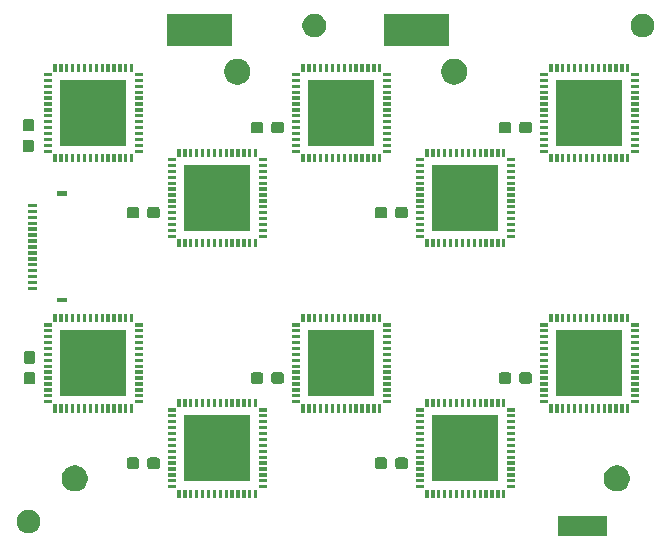
<source format=gbr>
G04 #@! TF.GenerationSoftware,KiCad,Pcbnew,(5.0.1)-3*
G04 #@! TF.CreationDate,2019-05-17T14:34:39+10:00*
G04 #@! TF.ProjectId,UVTV,555654562E6B696361645F7063620000,1*
G04 #@! TF.SameCoordinates,PX30291a0PY5aa5910*
G04 #@! TF.FileFunction,Soldermask,Bot*
G04 #@! TF.FilePolarity,Negative*
%FSLAX46Y46*%
G04 Gerber Fmt 4.6, Leading zero omitted, Abs format (unit mm)*
G04 Created by KiCad (PCBNEW (5.0.1)-3) date 2019-05-17 2:34:39 PM*
%MOMM*%
%LPD*%
G01*
G04 APERTURE LIST*
%ADD10C,0.100000*%
G04 APERTURE END LIST*
D10*
G36*
X13450000Y44650000D02*
X13450000Y41950000D01*
X18900000Y41950000D01*
X18900000Y44650000D01*
X13450000Y44650000D01*
G37*
G36*
X31850000Y44650000D02*
X31850000Y41950000D01*
X37300000Y41950000D01*
X37300000Y44650000D01*
X31850000Y44650000D01*
G37*
G36*
X50650000Y400000D02*
X50650000Y2100000D01*
X46500000Y2100000D01*
X46500000Y400000D01*
X50650000Y400000D01*
G37*
G36*
X1991689Y2611571D02*
X2173678Y2536189D01*
X2337463Y2426751D01*
X2476751Y2287463D01*
X2586189Y2123678D01*
X2661571Y1941689D01*
X2700000Y1748491D01*
X2700000Y1551509D01*
X2661571Y1358311D01*
X2586189Y1176322D01*
X2476751Y1012537D01*
X2337463Y873249D01*
X2173678Y763811D01*
X1991689Y688429D01*
X1798491Y650000D01*
X1601509Y650000D01*
X1408311Y688429D01*
X1226322Y763811D01*
X1062537Y873249D01*
X923249Y1012537D01*
X813811Y1176322D01*
X738429Y1358311D01*
X700000Y1551509D01*
X700000Y1748491D01*
X738429Y1941689D01*
X813811Y2123678D01*
X923249Y2287463D01*
X1062537Y2426751D01*
X1226322Y2536189D01*
X1408311Y2611571D01*
X1601509Y2650000D01*
X1798491Y2650000D01*
X1991689Y2611571D01*
X1991689Y2611571D01*
G37*
G36*
X21090000Y3670000D02*
X20810000Y3670000D01*
X20810000Y4360000D01*
X21090000Y4360000D01*
X21090000Y3670000D01*
X21090000Y3670000D01*
G37*
G36*
X41590000Y3670000D02*
X41310000Y3670000D01*
X41310000Y4360000D01*
X41590000Y4360000D01*
X41590000Y3670000D01*
X41590000Y3670000D01*
G37*
G36*
X41090000Y3670000D02*
X40810000Y3670000D01*
X40810000Y4360000D01*
X41090000Y4360000D01*
X41090000Y3670000D01*
X41090000Y3670000D01*
G37*
G36*
X40590000Y3670000D02*
X40310000Y3670000D01*
X40310000Y4360000D01*
X40590000Y4360000D01*
X40590000Y3670000D01*
X40590000Y3670000D01*
G37*
G36*
X40090000Y3670000D02*
X39810000Y3670000D01*
X39810000Y4360000D01*
X40090000Y4360000D01*
X40090000Y3670000D01*
X40090000Y3670000D01*
G37*
G36*
X39590000Y3670000D02*
X39310000Y3670000D01*
X39310000Y4360000D01*
X39590000Y4360000D01*
X39590000Y3670000D01*
X39590000Y3670000D01*
G37*
G36*
X39090000Y3670000D02*
X38810000Y3670000D01*
X38810000Y4360000D01*
X39090000Y4360000D01*
X39090000Y3670000D01*
X39090000Y3670000D01*
G37*
G36*
X38590000Y3670000D02*
X38310000Y3670000D01*
X38310000Y4360000D01*
X38590000Y4360000D01*
X38590000Y3670000D01*
X38590000Y3670000D01*
G37*
G36*
X38090000Y3670000D02*
X37810000Y3670000D01*
X37810000Y4360000D01*
X38090000Y4360000D01*
X38090000Y3670000D01*
X38090000Y3670000D01*
G37*
G36*
X37590000Y3670000D02*
X37310000Y3670000D01*
X37310000Y4360000D01*
X37590000Y4360000D01*
X37590000Y3670000D01*
X37590000Y3670000D01*
G37*
G36*
X37090000Y3670000D02*
X36810000Y3670000D01*
X36810000Y4360000D01*
X37090000Y4360000D01*
X37090000Y3670000D01*
X37090000Y3670000D01*
G37*
G36*
X36590000Y3670000D02*
X36310000Y3670000D01*
X36310000Y4360000D01*
X36590000Y4360000D01*
X36590000Y3670000D01*
X36590000Y3670000D01*
G37*
G36*
X36090000Y3670000D02*
X35810000Y3670000D01*
X35810000Y4360000D01*
X36090000Y4360000D01*
X36090000Y3670000D01*
X36090000Y3670000D01*
G37*
G36*
X35590000Y3670000D02*
X35310000Y3670000D01*
X35310000Y4360000D01*
X35590000Y4360000D01*
X35590000Y3670000D01*
X35590000Y3670000D01*
G37*
G36*
X20090000Y3670000D02*
X19810000Y3670000D01*
X19810000Y4360000D01*
X20090000Y4360000D01*
X20090000Y3670000D01*
X20090000Y3670000D01*
G37*
G36*
X42090000Y3670000D02*
X41810000Y3670000D01*
X41810000Y4360000D01*
X42090000Y4360000D01*
X42090000Y3670000D01*
X42090000Y3670000D01*
G37*
G36*
X14590000Y3670000D02*
X14310000Y3670000D01*
X14310000Y4360000D01*
X14590000Y4360000D01*
X14590000Y3670000D01*
X14590000Y3670000D01*
G37*
G36*
X15090000Y3670000D02*
X14810000Y3670000D01*
X14810000Y4360000D01*
X15090000Y4360000D01*
X15090000Y3670000D01*
X15090000Y3670000D01*
G37*
G36*
X15590000Y3670000D02*
X15310000Y3670000D01*
X15310000Y4360000D01*
X15590000Y4360000D01*
X15590000Y3670000D01*
X15590000Y3670000D01*
G37*
G36*
X16090000Y3670000D02*
X15810000Y3670000D01*
X15810000Y4360000D01*
X16090000Y4360000D01*
X16090000Y3670000D01*
X16090000Y3670000D01*
G37*
G36*
X16590000Y3670000D02*
X16310000Y3670000D01*
X16310000Y4360000D01*
X16590000Y4360000D01*
X16590000Y3670000D01*
X16590000Y3670000D01*
G37*
G36*
X17090000Y3670000D02*
X16810000Y3670000D01*
X16810000Y4360000D01*
X17090000Y4360000D01*
X17090000Y3670000D01*
X17090000Y3670000D01*
G37*
G36*
X17590000Y3670000D02*
X17310000Y3670000D01*
X17310000Y4360000D01*
X17590000Y4360000D01*
X17590000Y3670000D01*
X17590000Y3670000D01*
G37*
G36*
X18090000Y3670000D02*
X17810000Y3670000D01*
X17810000Y4360000D01*
X18090000Y4360000D01*
X18090000Y3670000D01*
X18090000Y3670000D01*
G37*
G36*
X18590000Y3670000D02*
X18310000Y3670000D01*
X18310000Y4360000D01*
X18590000Y4360000D01*
X18590000Y3670000D01*
X18590000Y3670000D01*
G37*
G36*
X19090000Y3670000D02*
X18810000Y3670000D01*
X18810000Y4360000D01*
X19090000Y4360000D01*
X19090000Y3670000D01*
X19090000Y3670000D01*
G37*
G36*
X19590000Y3670000D02*
X19310000Y3670000D01*
X19310000Y4360000D01*
X19590000Y4360000D01*
X19590000Y3670000D01*
X19590000Y3670000D01*
G37*
G36*
X20590000Y3670000D02*
X20310000Y3670000D01*
X20310000Y4360000D01*
X20590000Y4360000D01*
X20590000Y3670000D01*
X20590000Y3670000D01*
G37*
G36*
X5870019Y6371818D02*
X5940859Y6357727D01*
X6141045Y6274807D01*
X6321209Y6154426D01*
X6474426Y6001209D01*
X6594807Y5821045D01*
X6677727Y5620859D01*
X6720000Y5408339D01*
X6720000Y5191661D01*
X6677727Y4979141D01*
X6594807Y4778955D01*
X6474426Y4598791D01*
X6321209Y4445574D01*
X6141045Y4325193D01*
X5940859Y4242273D01*
X5870019Y4228182D01*
X5728341Y4200000D01*
X5511659Y4200000D01*
X5369981Y4228182D01*
X5299141Y4242273D01*
X5098955Y4325193D01*
X4918791Y4445574D01*
X4765574Y4598791D01*
X4645193Y4778955D01*
X4562273Y4979141D01*
X4520000Y5191661D01*
X4520000Y5408339D01*
X4562273Y5620859D01*
X4645193Y5821045D01*
X4765574Y6001209D01*
X4918791Y6154426D01*
X5098955Y6274807D01*
X5299141Y6357727D01*
X5369981Y6371818D01*
X5511659Y6400000D01*
X5728341Y6400000D01*
X5870019Y6371818D01*
X5870019Y6371818D01*
G37*
G36*
X51770019Y6371818D02*
X51840859Y6357727D01*
X52041045Y6274807D01*
X52221209Y6154426D01*
X52374426Y6001209D01*
X52494807Y5821045D01*
X52577727Y5620859D01*
X52620000Y5408339D01*
X52620000Y5191661D01*
X52577727Y4979141D01*
X52494807Y4778955D01*
X52374426Y4598791D01*
X52221209Y4445574D01*
X52041045Y4325193D01*
X51840859Y4242273D01*
X51770019Y4228182D01*
X51628341Y4200000D01*
X51411659Y4200000D01*
X51269981Y4228182D01*
X51199141Y4242273D01*
X50998955Y4325193D01*
X50818791Y4445574D01*
X50665574Y4598791D01*
X50545193Y4778955D01*
X50462273Y4979141D01*
X50420000Y5191661D01*
X50420000Y5408339D01*
X50462273Y5620859D01*
X50545193Y5821045D01*
X50665574Y6001209D01*
X50818791Y6154426D01*
X50998955Y6274807D01*
X51199141Y6357727D01*
X51269981Y6371818D01*
X51411659Y6400000D01*
X51628341Y6400000D01*
X51770019Y6371818D01*
X51770019Y6371818D01*
G37*
G36*
X35210000Y4460000D02*
X34520000Y4460000D01*
X34520000Y4740000D01*
X35210000Y4740000D01*
X35210000Y4460000D01*
X35210000Y4460000D01*
G37*
G36*
X21880000Y4460000D02*
X21190000Y4460000D01*
X21190000Y4740000D01*
X21880000Y4740000D01*
X21880000Y4460000D01*
X21880000Y4460000D01*
G37*
G36*
X14210000Y4460000D02*
X13520000Y4460000D01*
X13520000Y4740000D01*
X14210000Y4740000D01*
X14210000Y4460000D01*
X14210000Y4460000D01*
G37*
G36*
X42880000Y4460000D02*
X42190000Y4460000D01*
X42190000Y4740000D01*
X42880000Y4740000D01*
X42880000Y4460000D01*
X42880000Y4460000D01*
G37*
G36*
X35210000Y4960000D02*
X34520000Y4960000D01*
X34520000Y5240000D01*
X35210000Y5240000D01*
X35210000Y4960000D01*
X35210000Y4960000D01*
G37*
G36*
X42880000Y4960000D02*
X42190000Y4960000D01*
X42190000Y5240000D01*
X42880000Y5240000D01*
X42880000Y4960000D01*
X42880000Y4960000D01*
G37*
G36*
X21880000Y4960000D02*
X21190000Y4960000D01*
X21190000Y5240000D01*
X21880000Y5240000D01*
X21880000Y4960000D01*
X21880000Y4960000D01*
G37*
G36*
X14210000Y4960000D02*
X13520000Y4960000D01*
X13520000Y5240000D01*
X14210000Y5240000D01*
X14210000Y4960000D01*
X14210000Y4960000D01*
G37*
G36*
X41500000Y5050000D02*
X35900000Y5050000D01*
X35900000Y10650000D01*
X41500000Y10650000D01*
X41500000Y5050000D01*
X41500000Y5050000D01*
G37*
G36*
X20500000Y5050000D02*
X14900000Y5050000D01*
X14900000Y10650000D01*
X20500000Y10650000D01*
X20500000Y5050000D01*
X20500000Y5050000D01*
G37*
G36*
X42880000Y5460000D02*
X42190000Y5460000D01*
X42190000Y5740000D01*
X42880000Y5740000D01*
X42880000Y5460000D01*
X42880000Y5460000D01*
G37*
G36*
X35210000Y5460000D02*
X34520000Y5460000D01*
X34520000Y5740000D01*
X35210000Y5740000D01*
X35210000Y5460000D01*
X35210000Y5460000D01*
G37*
G36*
X21880000Y5460000D02*
X21190000Y5460000D01*
X21190000Y5740000D01*
X21880000Y5740000D01*
X21880000Y5460000D01*
X21880000Y5460000D01*
G37*
G36*
X14210000Y5460000D02*
X13520000Y5460000D01*
X13520000Y5740000D01*
X14210000Y5740000D01*
X14210000Y5460000D01*
X14210000Y5460000D01*
G37*
G36*
X35210000Y5960000D02*
X34520000Y5960000D01*
X34520000Y6240000D01*
X35210000Y6240000D01*
X35210000Y5960000D01*
X35210000Y5960000D01*
G37*
G36*
X14210000Y5960000D02*
X13520000Y5960000D01*
X13520000Y6240000D01*
X14210000Y6240000D01*
X14210000Y5960000D01*
X14210000Y5960000D01*
G37*
G36*
X42880000Y5960000D02*
X42190000Y5960000D01*
X42190000Y6240000D01*
X42880000Y6240000D01*
X42880000Y5960000D01*
X42880000Y5960000D01*
G37*
G36*
X21880000Y5960000D02*
X21190000Y5960000D01*
X21190000Y6240000D01*
X21880000Y6240000D01*
X21880000Y5960000D01*
X21880000Y5960000D01*
G37*
G36*
X10913946Y7070801D02*
X10951399Y7059440D01*
X10985914Y7040992D01*
X11016165Y7016165D01*
X11040992Y6985914D01*
X11059440Y6951399D01*
X11070801Y6913946D01*
X11075000Y6871314D01*
X11075000Y6328686D01*
X11070801Y6286054D01*
X11059440Y6248601D01*
X11040992Y6214086D01*
X11016165Y6183835D01*
X10985914Y6159008D01*
X10951399Y6140560D01*
X10913946Y6129199D01*
X10871314Y6125000D01*
X10228686Y6125000D01*
X10186054Y6129199D01*
X10148601Y6140560D01*
X10114086Y6159008D01*
X10083835Y6183835D01*
X10059008Y6214086D01*
X10040560Y6248601D01*
X10029199Y6286054D01*
X10025000Y6328686D01*
X10025000Y6871314D01*
X10029199Y6913946D01*
X10040560Y6951399D01*
X10059008Y6985914D01*
X10083835Y7016165D01*
X10114086Y7040992D01*
X10148601Y7059440D01*
X10186054Y7070801D01*
X10228686Y7075000D01*
X10871314Y7075000D01*
X10913946Y7070801D01*
X10913946Y7070801D01*
G37*
G36*
X12663946Y7070801D02*
X12701399Y7059440D01*
X12735914Y7040992D01*
X12766165Y7016165D01*
X12790992Y6985914D01*
X12809440Y6951399D01*
X12820801Y6913946D01*
X12825000Y6871314D01*
X12825000Y6328686D01*
X12820801Y6286054D01*
X12809440Y6248601D01*
X12790992Y6214086D01*
X12766165Y6183835D01*
X12735914Y6159008D01*
X12701399Y6140560D01*
X12663946Y6129199D01*
X12621314Y6125000D01*
X11978686Y6125000D01*
X11936054Y6129199D01*
X11898601Y6140560D01*
X11864086Y6159008D01*
X11833835Y6183835D01*
X11809008Y6214086D01*
X11790560Y6248601D01*
X11779199Y6286054D01*
X11775000Y6328686D01*
X11775000Y6871314D01*
X11779199Y6913946D01*
X11790560Y6951399D01*
X11809008Y6985914D01*
X11833835Y7016165D01*
X11864086Y7040992D01*
X11898601Y7059440D01*
X11936054Y7070801D01*
X11978686Y7075000D01*
X12621314Y7075000D01*
X12663946Y7070801D01*
X12663946Y7070801D01*
G37*
G36*
X31913946Y7070801D02*
X31951399Y7059440D01*
X31985914Y7040992D01*
X32016165Y7016165D01*
X32040992Y6985914D01*
X32059440Y6951399D01*
X32070801Y6913946D01*
X32075000Y6871314D01*
X32075000Y6328686D01*
X32070801Y6286054D01*
X32059440Y6248601D01*
X32040992Y6214086D01*
X32016165Y6183835D01*
X31985914Y6159008D01*
X31951399Y6140560D01*
X31913946Y6129199D01*
X31871314Y6125000D01*
X31228686Y6125000D01*
X31186054Y6129199D01*
X31148601Y6140560D01*
X31114086Y6159008D01*
X31083835Y6183835D01*
X31059008Y6214086D01*
X31040560Y6248601D01*
X31029199Y6286054D01*
X31025000Y6328686D01*
X31025000Y6871314D01*
X31029199Y6913946D01*
X31040560Y6951399D01*
X31059008Y6985914D01*
X31083835Y7016165D01*
X31114086Y7040992D01*
X31148601Y7059440D01*
X31186054Y7070801D01*
X31228686Y7075000D01*
X31871314Y7075000D01*
X31913946Y7070801D01*
X31913946Y7070801D01*
G37*
G36*
X33663946Y7070801D02*
X33701399Y7059440D01*
X33735914Y7040992D01*
X33766165Y7016165D01*
X33790992Y6985914D01*
X33809440Y6951399D01*
X33820801Y6913946D01*
X33825000Y6871314D01*
X33825000Y6328686D01*
X33820801Y6286054D01*
X33809440Y6248601D01*
X33790992Y6214086D01*
X33766165Y6183835D01*
X33735914Y6159008D01*
X33701399Y6140560D01*
X33663946Y6129199D01*
X33621314Y6125000D01*
X32978686Y6125000D01*
X32936054Y6129199D01*
X32898601Y6140560D01*
X32864086Y6159008D01*
X32833835Y6183835D01*
X32809008Y6214086D01*
X32790560Y6248601D01*
X32779199Y6286054D01*
X32775000Y6328686D01*
X32775000Y6871314D01*
X32779199Y6913946D01*
X32790560Y6951399D01*
X32809008Y6985914D01*
X32833835Y7016165D01*
X32864086Y7040992D01*
X32898601Y7059440D01*
X32936054Y7070801D01*
X32978686Y7075000D01*
X33621314Y7075000D01*
X33663946Y7070801D01*
X33663946Y7070801D01*
G37*
G36*
X14210000Y6460000D02*
X13520000Y6460000D01*
X13520000Y6740000D01*
X14210000Y6740000D01*
X14210000Y6460000D01*
X14210000Y6460000D01*
G37*
G36*
X21880000Y6460000D02*
X21190000Y6460000D01*
X21190000Y6740000D01*
X21880000Y6740000D01*
X21880000Y6460000D01*
X21880000Y6460000D01*
G37*
G36*
X35210000Y6460000D02*
X34520000Y6460000D01*
X34520000Y6740000D01*
X35210000Y6740000D01*
X35210000Y6460000D01*
X35210000Y6460000D01*
G37*
G36*
X42880000Y6460000D02*
X42190000Y6460000D01*
X42190000Y6740000D01*
X42880000Y6740000D01*
X42880000Y6460000D01*
X42880000Y6460000D01*
G37*
G36*
X42880000Y6960000D02*
X42190000Y6960000D01*
X42190000Y7240000D01*
X42880000Y7240000D01*
X42880000Y6960000D01*
X42880000Y6960000D01*
G37*
G36*
X14210000Y6960000D02*
X13520000Y6960000D01*
X13520000Y7240000D01*
X14210000Y7240000D01*
X14210000Y6960000D01*
X14210000Y6960000D01*
G37*
G36*
X35210000Y6960000D02*
X34520000Y6960000D01*
X34520000Y7240000D01*
X35210000Y7240000D01*
X35210000Y6960000D01*
X35210000Y6960000D01*
G37*
G36*
X21880000Y6960000D02*
X21190000Y6960000D01*
X21190000Y7240000D01*
X21880000Y7240000D01*
X21880000Y6960000D01*
X21880000Y6960000D01*
G37*
G36*
X21880000Y7460000D02*
X21190000Y7460000D01*
X21190000Y7740000D01*
X21880000Y7740000D01*
X21880000Y7460000D01*
X21880000Y7460000D01*
G37*
G36*
X42880000Y7460000D02*
X42190000Y7460000D01*
X42190000Y7740000D01*
X42880000Y7740000D01*
X42880000Y7460000D01*
X42880000Y7460000D01*
G37*
G36*
X14210000Y7460000D02*
X13520000Y7460000D01*
X13520000Y7740000D01*
X14210000Y7740000D01*
X14210000Y7460000D01*
X14210000Y7460000D01*
G37*
G36*
X35210000Y7460000D02*
X34520000Y7460000D01*
X34520000Y7740000D01*
X35210000Y7740000D01*
X35210000Y7460000D01*
X35210000Y7460000D01*
G37*
G36*
X14210000Y7960000D02*
X13520000Y7960000D01*
X13520000Y8240000D01*
X14210000Y8240000D01*
X14210000Y7960000D01*
X14210000Y7960000D01*
G37*
G36*
X35210000Y7960000D02*
X34520000Y7960000D01*
X34520000Y8240000D01*
X35210000Y8240000D01*
X35210000Y7960000D01*
X35210000Y7960000D01*
G37*
G36*
X21880000Y7960000D02*
X21190000Y7960000D01*
X21190000Y8240000D01*
X21880000Y8240000D01*
X21880000Y7960000D01*
X21880000Y7960000D01*
G37*
G36*
X42880000Y7960000D02*
X42190000Y7960000D01*
X42190000Y8240000D01*
X42880000Y8240000D01*
X42880000Y7960000D01*
X42880000Y7960000D01*
G37*
G36*
X42880000Y8460000D02*
X42190000Y8460000D01*
X42190000Y8740000D01*
X42880000Y8740000D01*
X42880000Y8460000D01*
X42880000Y8460000D01*
G37*
G36*
X35210000Y8460000D02*
X34520000Y8460000D01*
X34520000Y8740000D01*
X35210000Y8740000D01*
X35210000Y8460000D01*
X35210000Y8460000D01*
G37*
G36*
X21880000Y8460000D02*
X21190000Y8460000D01*
X21190000Y8740000D01*
X21880000Y8740000D01*
X21880000Y8460000D01*
X21880000Y8460000D01*
G37*
G36*
X14210000Y8460000D02*
X13520000Y8460000D01*
X13520000Y8740000D01*
X14210000Y8740000D01*
X14210000Y8460000D01*
X14210000Y8460000D01*
G37*
G36*
X42880000Y8960000D02*
X42190000Y8960000D01*
X42190000Y9240000D01*
X42880000Y9240000D01*
X42880000Y8960000D01*
X42880000Y8960000D01*
G37*
G36*
X21880000Y8960000D02*
X21190000Y8960000D01*
X21190000Y9240000D01*
X21880000Y9240000D01*
X21880000Y8960000D01*
X21880000Y8960000D01*
G37*
G36*
X14210000Y8960000D02*
X13520000Y8960000D01*
X13520000Y9240000D01*
X14210000Y9240000D01*
X14210000Y8960000D01*
X14210000Y8960000D01*
G37*
G36*
X35210000Y8960000D02*
X34520000Y8960000D01*
X34520000Y9240000D01*
X35210000Y9240000D01*
X35210000Y8960000D01*
X35210000Y8960000D01*
G37*
G36*
X42880000Y9460000D02*
X42190000Y9460000D01*
X42190000Y9740000D01*
X42880000Y9740000D01*
X42880000Y9460000D01*
X42880000Y9460000D01*
G37*
G36*
X35210000Y9460000D02*
X34520000Y9460000D01*
X34520000Y9740000D01*
X35210000Y9740000D01*
X35210000Y9460000D01*
X35210000Y9460000D01*
G37*
G36*
X21880000Y9460000D02*
X21190000Y9460000D01*
X21190000Y9740000D01*
X21880000Y9740000D01*
X21880000Y9460000D01*
X21880000Y9460000D01*
G37*
G36*
X14210000Y9460000D02*
X13520000Y9460000D01*
X13520000Y9740000D01*
X14210000Y9740000D01*
X14210000Y9460000D01*
X14210000Y9460000D01*
G37*
G36*
X21880000Y9960000D02*
X21190000Y9960000D01*
X21190000Y10240000D01*
X21880000Y10240000D01*
X21880000Y9960000D01*
X21880000Y9960000D01*
G37*
G36*
X14210000Y9960000D02*
X13520000Y9960000D01*
X13520000Y10240000D01*
X14210000Y10240000D01*
X14210000Y9960000D01*
X14210000Y9960000D01*
G37*
G36*
X42880000Y9960000D02*
X42190000Y9960000D01*
X42190000Y10240000D01*
X42880000Y10240000D01*
X42880000Y9960000D01*
X42880000Y9960000D01*
G37*
G36*
X35210000Y9960000D02*
X34520000Y9960000D01*
X34520000Y10240000D01*
X35210000Y10240000D01*
X35210000Y9960000D01*
X35210000Y9960000D01*
G37*
G36*
X14210000Y10460000D02*
X13520000Y10460000D01*
X13520000Y10740000D01*
X14210000Y10740000D01*
X14210000Y10460000D01*
X14210000Y10460000D01*
G37*
G36*
X21880000Y10460000D02*
X21190000Y10460000D01*
X21190000Y10740000D01*
X21880000Y10740000D01*
X21880000Y10460000D01*
X21880000Y10460000D01*
G37*
G36*
X35210000Y10460000D02*
X34520000Y10460000D01*
X34520000Y10740000D01*
X35210000Y10740000D01*
X35210000Y10460000D01*
X35210000Y10460000D01*
G37*
G36*
X42880000Y10460000D02*
X42190000Y10460000D01*
X42190000Y10740000D01*
X42880000Y10740000D01*
X42880000Y10460000D01*
X42880000Y10460000D01*
G37*
G36*
X9090000Y10870000D02*
X8810000Y10870000D01*
X8810000Y11560000D01*
X9090000Y11560000D01*
X9090000Y10870000D01*
X9090000Y10870000D01*
G37*
G36*
X47590000Y10870000D02*
X47310000Y10870000D01*
X47310000Y11560000D01*
X47590000Y11560000D01*
X47590000Y10870000D01*
X47590000Y10870000D01*
G37*
G36*
X8590000Y10870000D02*
X8310000Y10870000D01*
X8310000Y11560000D01*
X8590000Y11560000D01*
X8590000Y10870000D01*
X8590000Y10870000D01*
G37*
G36*
X4090000Y10870000D02*
X3810000Y10870000D01*
X3810000Y11560000D01*
X4090000Y11560000D01*
X4090000Y10870000D01*
X4090000Y10870000D01*
G37*
G36*
X4590000Y10870000D02*
X4310000Y10870000D01*
X4310000Y11560000D01*
X4590000Y11560000D01*
X4590000Y10870000D01*
X4590000Y10870000D01*
G37*
G36*
X5090000Y10870000D02*
X4810000Y10870000D01*
X4810000Y11560000D01*
X5090000Y11560000D01*
X5090000Y10870000D01*
X5090000Y10870000D01*
G37*
G36*
X48590000Y10870000D02*
X48310000Y10870000D01*
X48310000Y11560000D01*
X48590000Y11560000D01*
X48590000Y10870000D01*
X48590000Y10870000D01*
G37*
G36*
X8090000Y10870000D02*
X7810000Y10870000D01*
X7810000Y11560000D01*
X8090000Y11560000D01*
X8090000Y10870000D01*
X8090000Y10870000D01*
G37*
G36*
X9590000Y10870000D02*
X9310000Y10870000D01*
X9310000Y11560000D01*
X9590000Y11560000D01*
X9590000Y10870000D01*
X9590000Y10870000D01*
G37*
G36*
X10090000Y10870000D02*
X9810000Y10870000D01*
X9810000Y11560000D01*
X10090000Y11560000D01*
X10090000Y10870000D01*
X10090000Y10870000D01*
G37*
G36*
X10590000Y10870000D02*
X10310000Y10870000D01*
X10310000Y11560000D01*
X10590000Y11560000D01*
X10590000Y10870000D01*
X10590000Y10870000D01*
G37*
G36*
X25090000Y10870000D02*
X24810000Y10870000D01*
X24810000Y11560000D01*
X25090000Y11560000D01*
X25090000Y10870000D01*
X25090000Y10870000D01*
G37*
G36*
X25590000Y10870000D02*
X25310000Y10870000D01*
X25310000Y11560000D01*
X25590000Y11560000D01*
X25590000Y10870000D01*
X25590000Y10870000D01*
G37*
G36*
X52590000Y10870000D02*
X52310000Y10870000D01*
X52310000Y11560000D01*
X52590000Y11560000D01*
X52590000Y10870000D01*
X52590000Y10870000D01*
G37*
G36*
X52090000Y10870000D02*
X51810000Y10870000D01*
X51810000Y11560000D01*
X52090000Y11560000D01*
X52090000Y10870000D01*
X52090000Y10870000D01*
G37*
G36*
X51590000Y10870000D02*
X51310000Y10870000D01*
X51310000Y11560000D01*
X51590000Y11560000D01*
X51590000Y10870000D01*
X51590000Y10870000D01*
G37*
G36*
X51090000Y10870000D02*
X50810000Y10870000D01*
X50810000Y11560000D01*
X51090000Y11560000D01*
X51090000Y10870000D01*
X51090000Y10870000D01*
G37*
G36*
X50590000Y10870000D02*
X50310000Y10870000D01*
X50310000Y11560000D01*
X50590000Y11560000D01*
X50590000Y10870000D01*
X50590000Y10870000D01*
G37*
G36*
X50090000Y10870000D02*
X49810000Y10870000D01*
X49810000Y11560000D01*
X50090000Y11560000D01*
X50090000Y10870000D01*
X50090000Y10870000D01*
G37*
G36*
X49590000Y10870000D02*
X49310000Y10870000D01*
X49310000Y11560000D01*
X49590000Y11560000D01*
X49590000Y10870000D01*
X49590000Y10870000D01*
G37*
G36*
X49090000Y10870000D02*
X48810000Y10870000D01*
X48810000Y11560000D01*
X49090000Y11560000D01*
X49090000Y10870000D01*
X49090000Y10870000D01*
G37*
G36*
X48090000Y10870000D02*
X47810000Y10870000D01*
X47810000Y11560000D01*
X48090000Y11560000D01*
X48090000Y10870000D01*
X48090000Y10870000D01*
G37*
G36*
X29590000Y10870000D02*
X29310000Y10870000D01*
X29310000Y11560000D01*
X29590000Y11560000D01*
X29590000Y10870000D01*
X29590000Y10870000D01*
G37*
G36*
X7090000Y10870000D02*
X6810000Y10870000D01*
X6810000Y11560000D01*
X7090000Y11560000D01*
X7090000Y10870000D01*
X7090000Y10870000D01*
G37*
G36*
X26090000Y10870000D02*
X25810000Y10870000D01*
X25810000Y11560000D01*
X26090000Y11560000D01*
X26090000Y10870000D01*
X26090000Y10870000D01*
G37*
G36*
X6590000Y10870000D02*
X6310000Y10870000D01*
X6310000Y11560000D01*
X6590000Y11560000D01*
X6590000Y10870000D01*
X6590000Y10870000D01*
G37*
G36*
X6090000Y10870000D02*
X5810000Y10870000D01*
X5810000Y11560000D01*
X6090000Y11560000D01*
X6090000Y10870000D01*
X6090000Y10870000D01*
G37*
G36*
X5590000Y10870000D02*
X5310000Y10870000D01*
X5310000Y11560000D01*
X5590000Y11560000D01*
X5590000Y10870000D01*
X5590000Y10870000D01*
G37*
G36*
X26590000Y10870000D02*
X26310000Y10870000D01*
X26310000Y11560000D01*
X26590000Y11560000D01*
X26590000Y10870000D01*
X26590000Y10870000D01*
G37*
G36*
X27090000Y10870000D02*
X26810000Y10870000D01*
X26810000Y11560000D01*
X27090000Y11560000D01*
X27090000Y10870000D01*
X27090000Y10870000D01*
G37*
G36*
X28090000Y10870000D02*
X27810000Y10870000D01*
X27810000Y11560000D01*
X28090000Y11560000D01*
X28090000Y10870000D01*
X28090000Y10870000D01*
G37*
G36*
X28590000Y10870000D02*
X28310000Y10870000D01*
X28310000Y11560000D01*
X28590000Y11560000D01*
X28590000Y10870000D01*
X28590000Y10870000D01*
G37*
G36*
X7590000Y10870000D02*
X7310000Y10870000D01*
X7310000Y11560000D01*
X7590000Y11560000D01*
X7590000Y10870000D01*
X7590000Y10870000D01*
G37*
G36*
X30090000Y10870000D02*
X29810000Y10870000D01*
X29810000Y11560000D01*
X30090000Y11560000D01*
X30090000Y10870000D01*
X30090000Y10870000D01*
G37*
G36*
X30590000Y10870000D02*
X30310000Y10870000D01*
X30310000Y11560000D01*
X30590000Y11560000D01*
X30590000Y10870000D01*
X30590000Y10870000D01*
G37*
G36*
X31090000Y10870000D02*
X30810000Y10870000D01*
X30810000Y11560000D01*
X31090000Y11560000D01*
X31090000Y10870000D01*
X31090000Y10870000D01*
G37*
G36*
X31590000Y10870000D02*
X31310000Y10870000D01*
X31310000Y11560000D01*
X31590000Y11560000D01*
X31590000Y10870000D01*
X31590000Y10870000D01*
G37*
G36*
X46090000Y10870000D02*
X45810000Y10870000D01*
X45810000Y11560000D01*
X46090000Y11560000D01*
X46090000Y10870000D01*
X46090000Y10870000D01*
G37*
G36*
X46590000Y10870000D02*
X46310000Y10870000D01*
X46310000Y11560000D01*
X46590000Y11560000D01*
X46590000Y10870000D01*
X46590000Y10870000D01*
G37*
G36*
X47090000Y10870000D02*
X46810000Y10870000D01*
X46810000Y11560000D01*
X47090000Y11560000D01*
X47090000Y10870000D01*
X47090000Y10870000D01*
G37*
G36*
X27590000Y10870000D02*
X27310000Y10870000D01*
X27310000Y11560000D01*
X27590000Y11560000D01*
X27590000Y10870000D01*
X27590000Y10870000D01*
G37*
G36*
X29090000Y10870000D02*
X28810000Y10870000D01*
X28810000Y11560000D01*
X29090000Y11560000D01*
X29090000Y10870000D01*
X29090000Y10870000D01*
G37*
G36*
X35210000Y10960000D02*
X34520000Y10960000D01*
X34520000Y11240000D01*
X35210000Y11240000D01*
X35210000Y10960000D01*
X35210000Y10960000D01*
G37*
G36*
X14210000Y10960000D02*
X13520000Y10960000D01*
X13520000Y11240000D01*
X14210000Y11240000D01*
X14210000Y10960000D01*
X14210000Y10960000D01*
G37*
G36*
X21880000Y10960000D02*
X21190000Y10960000D01*
X21190000Y11240000D01*
X21880000Y11240000D01*
X21880000Y10960000D01*
X21880000Y10960000D01*
G37*
G36*
X42880000Y10960000D02*
X42190000Y10960000D01*
X42190000Y11240000D01*
X42880000Y11240000D01*
X42880000Y10960000D01*
X42880000Y10960000D01*
G37*
G36*
X21090000Y11340000D02*
X20810000Y11340000D01*
X20810000Y12030000D01*
X21090000Y12030000D01*
X21090000Y11340000D01*
X21090000Y11340000D01*
G37*
G36*
X20590000Y11340000D02*
X20310000Y11340000D01*
X20310000Y12030000D01*
X20590000Y12030000D01*
X20590000Y11340000D01*
X20590000Y11340000D01*
G37*
G36*
X20090000Y11340000D02*
X19810000Y11340000D01*
X19810000Y12030000D01*
X20090000Y12030000D01*
X20090000Y11340000D01*
X20090000Y11340000D01*
G37*
G36*
X19590000Y11340000D02*
X19310000Y11340000D01*
X19310000Y12030000D01*
X19590000Y12030000D01*
X19590000Y11340000D01*
X19590000Y11340000D01*
G37*
G36*
X19090000Y11340000D02*
X18810000Y11340000D01*
X18810000Y12030000D01*
X19090000Y12030000D01*
X19090000Y11340000D01*
X19090000Y11340000D01*
G37*
G36*
X18590000Y11340000D02*
X18310000Y11340000D01*
X18310000Y12030000D01*
X18590000Y12030000D01*
X18590000Y11340000D01*
X18590000Y11340000D01*
G37*
G36*
X18090000Y11340000D02*
X17810000Y11340000D01*
X17810000Y12030000D01*
X18090000Y12030000D01*
X18090000Y11340000D01*
X18090000Y11340000D01*
G37*
G36*
X17590000Y11340000D02*
X17310000Y11340000D01*
X17310000Y12030000D01*
X17590000Y12030000D01*
X17590000Y11340000D01*
X17590000Y11340000D01*
G37*
G36*
X36590000Y11340000D02*
X36310000Y11340000D01*
X36310000Y12030000D01*
X36590000Y12030000D01*
X36590000Y11340000D01*
X36590000Y11340000D01*
G37*
G36*
X16590000Y11340000D02*
X16310000Y11340000D01*
X16310000Y12030000D01*
X16590000Y12030000D01*
X16590000Y11340000D01*
X16590000Y11340000D01*
G37*
G36*
X16090000Y11340000D02*
X15810000Y11340000D01*
X15810000Y12030000D01*
X16090000Y12030000D01*
X16090000Y11340000D01*
X16090000Y11340000D01*
G37*
G36*
X15090000Y11340000D02*
X14810000Y11340000D01*
X14810000Y12030000D01*
X15090000Y12030000D01*
X15090000Y11340000D01*
X15090000Y11340000D01*
G37*
G36*
X35590000Y11340000D02*
X35310000Y11340000D01*
X35310000Y12030000D01*
X35590000Y12030000D01*
X35590000Y11340000D01*
X35590000Y11340000D01*
G37*
G36*
X15590000Y11340000D02*
X15310000Y11340000D01*
X15310000Y12030000D01*
X15590000Y12030000D01*
X15590000Y11340000D01*
X15590000Y11340000D01*
G37*
G36*
X14590000Y11340000D02*
X14310000Y11340000D01*
X14310000Y12030000D01*
X14590000Y12030000D01*
X14590000Y11340000D01*
X14590000Y11340000D01*
G37*
G36*
X17090000Y11340000D02*
X16810000Y11340000D01*
X16810000Y12030000D01*
X17090000Y12030000D01*
X17090000Y11340000D01*
X17090000Y11340000D01*
G37*
G36*
X37090000Y11340000D02*
X36810000Y11340000D01*
X36810000Y12030000D01*
X37090000Y12030000D01*
X37090000Y11340000D01*
X37090000Y11340000D01*
G37*
G36*
X37590000Y11340000D02*
X37310000Y11340000D01*
X37310000Y12030000D01*
X37590000Y12030000D01*
X37590000Y11340000D01*
X37590000Y11340000D01*
G37*
G36*
X40590000Y11340000D02*
X40310000Y11340000D01*
X40310000Y12030000D01*
X40590000Y12030000D01*
X40590000Y11340000D01*
X40590000Y11340000D01*
G37*
G36*
X38090000Y11340000D02*
X37810000Y11340000D01*
X37810000Y12030000D01*
X38090000Y12030000D01*
X38090000Y11340000D01*
X38090000Y11340000D01*
G37*
G36*
X38590000Y11340000D02*
X38310000Y11340000D01*
X38310000Y12030000D01*
X38590000Y12030000D01*
X38590000Y11340000D01*
X38590000Y11340000D01*
G37*
G36*
X39090000Y11340000D02*
X38810000Y11340000D01*
X38810000Y12030000D01*
X39090000Y12030000D01*
X39090000Y11340000D01*
X39090000Y11340000D01*
G37*
G36*
X40090000Y11340000D02*
X39810000Y11340000D01*
X39810000Y12030000D01*
X40090000Y12030000D01*
X40090000Y11340000D01*
X40090000Y11340000D01*
G37*
G36*
X39590000Y11340000D02*
X39310000Y11340000D01*
X39310000Y12030000D01*
X39590000Y12030000D01*
X39590000Y11340000D01*
X39590000Y11340000D01*
G37*
G36*
X42090000Y11340000D02*
X41810000Y11340000D01*
X41810000Y12030000D01*
X42090000Y12030000D01*
X42090000Y11340000D01*
X42090000Y11340000D01*
G37*
G36*
X41590000Y11340000D02*
X41310000Y11340000D01*
X41310000Y12030000D01*
X41590000Y12030000D01*
X41590000Y11340000D01*
X41590000Y11340000D01*
G37*
G36*
X41090000Y11340000D02*
X40810000Y11340000D01*
X40810000Y12030000D01*
X41090000Y12030000D01*
X41090000Y11340000D01*
X41090000Y11340000D01*
G37*
G36*
X36090000Y11340000D02*
X35810000Y11340000D01*
X35810000Y12030000D01*
X36090000Y12030000D01*
X36090000Y11340000D01*
X36090000Y11340000D01*
G37*
G36*
X45710000Y11660000D02*
X45020000Y11660000D01*
X45020000Y11940000D01*
X45710000Y11940000D01*
X45710000Y11660000D01*
X45710000Y11660000D01*
G37*
G36*
X3710000Y11660000D02*
X3020000Y11660000D01*
X3020000Y11940000D01*
X3710000Y11940000D01*
X3710000Y11660000D01*
X3710000Y11660000D01*
G37*
G36*
X32380000Y11660000D02*
X31690000Y11660000D01*
X31690000Y11940000D01*
X32380000Y11940000D01*
X32380000Y11660000D01*
X32380000Y11660000D01*
G37*
G36*
X24710000Y11660000D02*
X24020000Y11660000D01*
X24020000Y11940000D01*
X24710000Y11940000D01*
X24710000Y11660000D01*
X24710000Y11660000D01*
G37*
G36*
X11380000Y11660000D02*
X10690000Y11660000D01*
X10690000Y11940000D01*
X11380000Y11940000D01*
X11380000Y11660000D01*
X11380000Y11660000D01*
G37*
G36*
X53380000Y11660000D02*
X52690000Y11660000D01*
X52690000Y11940000D01*
X53380000Y11940000D01*
X53380000Y11660000D01*
X53380000Y11660000D01*
G37*
G36*
X11380000Y12160000D02*
X10690000Y12160000D01*
X10690000Y12440000D01*
X11380000Y12440000D01*
X11380000Y12160000D01*
X11380000Y12160000D01*
G37*
G36*
X45710000Y12160000D02*
X45020000Y12160000D01*
X45020000Y12440000D01*
X45710000Y12440000D01*
X45710000Y12160000D01*
X45710000Y12160000D01*
G37*
G36*
X53380000Y12160000D02*
X52690000Y12160000D01*
X52690000Y12440000D01*
X53380000Y12440000D01*
X53380000Y12160000D01*
X53380000Y12160000D01*
G37*
G36*
X24710000Y12160000D02*
X24020000Y12160000D01*
X24020000Y12440000D01*
X24710000Y12440000D01*
X24710000Y12160000D01*
X24710000Y12160000D01*
G37*
G36*
X32380000Y12160000D02*
X31690000Y12160000D01*
X31690000Y12440000D01*
X32380000Y12440000D01*
X32380000Y12160000D01*
X32380000Y12160000D01*
G37*
G36*
X3710000Y12160000D02*
X3020000Y12160000D01*
X3020000Y12440000D01*
X3710000Y12440000D01*
X3710000Y12160000D01*
X3710000Y12160000D01*
G37*
G36*
X10000000Y12250000D02*
X4400000Y12250000D01*
X4400000Y17850000D01*
X10000000Y17850000D01*
X10000000Y12250000D01*
X10000000Y12250000D01*
G37*
G36*
X31000000Y12250000D02*
X25400000Y12250000D01*
X25400000Y17850000D01*
X31000000Y17850000D01*
X31000000Y12250000D01*
X31000000Y12250000D01*
G37*
G36*
X52000000Y12250000D02*
X46400000Y12250000D01*
X46400000Y17850000D01*
X52000000Y17850000D01*
X52000000Y12250000D01*
X52000000Y12250000D01*
G37*
G36*
X45710000Y12660000D02*
X45020000Y12660000D01*
X45020000Y12940000D01*
X45710000Y12940000D01*
X45710000Y12660000D01*
X45710000Y12660000D01*
G37*
G36*
X3710000Y12660000D02*
X3020000Y12660000D01*
X3020000Y12940000D01*
X3710000Y12940000D01*
X3710000Y12660000D01*
X3710000Y12660000D01*
G37*
G36*
X32380000Y12660000D02*
X31690000Y12660000D01*
X31690000Y12940000D01*
X32380000Y12940000D01*
X32380000Y12660000D01*
X32380000Y12660000D01*
G37*
G36*
X53380000Y12660000D02*
X52690000Y12660000D01*
X52690000Y12940000D01*
X53380000Y12940000D01*
X53380000Y12660000D01*
X53380000Y12660000D01*
G37*
G36*
X11380000Y12660000D02*
X10690000Y12660000D01*
X10690000Y12940000D01*
X11380000Y12940000D01*
X11380000Y12660000D01*
X11380000Y12660000D01*
G37*
G36*
X24710000Y12660000D02*
X24020000Y12660000D01*
X24020000Y12940000D01*
X24710000Y12940000D01*
X24710000Y12660000D01*
X24710000Y12660000D01*
G37*
G36*
X45710000Y13160000D02*
X45020000Y13160000D01*
X45020000Y13440000D01*
X45710000Y13440000D01*
X45710000Y13160000D01*
X45710000Y13160000D01*
G37*
G36*
X24710000Y13160000D02*
X24020000Y13160000D01*
X24020000Y13440000D01*
X24710000Y13440000D01*
X24710000Y13160000D01*
X24710000Y13160000D01*
G37*
G36*
X32380000Y13160000D02*
X31690000Y13160000D01*
X31690000Y13440000D01*
X32380000Y13440000D01*
X32380000Y13160000D01*
X32380000Y13160000D01*
G37*
G36*
X53380000Y13160000D02*
X52690000Y13160000D01*
X52690000Y13440000D01*
X53380000Y13440000D01*
X53380000Y13160000D01*
X53380000Y13160000D01*
G37*
G36*
X3710000Y13160000D02*
X3020000Y13160000D01*
X3020000Y13440000D01*
X3710000Y13440000D01*
X3710000Y13160000D01*
X3710000Y13160000D01*
G37*
G36*
X11380000Y13160000D02*
X10690000Y13160000D01*
X10690000Y13440000D01*
X11380000Y13440000D01*
X11380000Y13160000D01*
X11380000Y13160000D01*
G37*
G36*
X2113946Y14320801D02*
X2151399Y14309440D01*
X2185914Y14290992D01*
X2216165Y14266165D01*
X2240992Y14235914D01*
X2259440Y14201399D01*
X2270801Y14163946D01*
X2275000Y14121314D01*
X2275000Y13478686D01*
X2270801Y13436054D01*
X2259440Y13398601D01*
X2240992Y13364086D01*
X2216165Y13333835D01*
X2185914Y13309008D01*
X2151399Y13290560D01*
X2113946Y13279199D01*
X2071314Y13275000D01*
X1528686Y13275000D01*
X1486054Y13279199D01*
X1448601Y13290560D01*
X1414086Y13309008D01*
X1383835Y13333835D01*
X1359008Y13364086D01*
X1340560Y13398601D01*
X1329199Y13436054D01*
X1325000Y13478686D01*
X1325000Y14121314D01*
X1329199Y14163946D01*
X1340560Y14201399D01*
X1359008Y14235914D01*
X1383835Y14266165D01*
X1414086Y14290992D01*
X1448601Y14309440D01*
X1486054Y14320801D01*
X1528686Y14325000D01*
X2071314Y14325000D01*
X2113946Y14320801D01*
X2113946Y14320801D01*
G37*
G36*
X42413946Y14270801D02*
X42451399Y14259440D01*
X42485914Y14240992D01*
X42516165Y14216165D01*
X42540992Y14185914D01*
X42559440Y14151399D01*
X42570801Y14113946D01*
X42575000Y14071314D01*
X42575000Y13528686D01*
X42570801Y13486054D01*
X42559440Y13448601D01*
X42540992Y13414086D01*
X42516165Y13383835D01*
X42485914Y13359008D01*
X42451399Y13340560D01*
X42413946Y13329199D01*
X42371314Y13325000D01*
X41728686Y13325000D01*
X41686054Y13329199D01*
X41648601Y13340560D01*
X41614086Y13359008D01*
X41583835Y13383835D01*
X41559008Y13414086D01*
X41540560Y13448601D01*
X41529199Y13486054D01*
X41525000Y13528686D01*
X41525000Y14071314D01*
X41529199Y14113946D01*
X41540560Y14151399D01*
X41559008Y14185914D01*
X41583835Y14216165D01*
X41614086Y14240992D01*
X41648601Y14259440D01*
X41686054Y14270801D01*
X41728686Y14275000D01*
X42371314Y14275000D01*
X42413946Y14270801D01*
X42413946Y14270801D01*
G37*
G36*
X23163946Y14270801D02*
X23201399Y14259440D01*
X23235914Y14240992D01*
X23266165Y14216165D01*
X23290992Y14185914D01*
X23309440Y14151399D01*
X23320801Y14113946D01*
X23325000Y14071314D01*
X23325000Y13528686D01*
X23320801Y13486054D01*
X23309440Y13448601D01*
X23290992Y13414086D01*
X23266165Y13383835D01*
X23235914Y13359008D01*
X23201399Y13340560D01*
X23163946Y13329199D01*
X23121314Y13325000D01*
X22478686Y13325000D01*
X22436054Y13329199D01*
X22398601Y13340560D01*
X22364086Y13359008D01*
X22333835Y13383835D01*
X22309008Y13414086D01*
X22290560Y13448601D01*
X22279199Y13486054D01*
X22275000Y13528686D01*
X22275000Y14071314D01*
X22279199Y14113946D01*
X22290560Y14151399D01*
X22309008Y14185914D01*
X22333835Y14216165D01*
X22364086Y14240992D01*
X22398601Y14259440D01*
X22436054Y14270801D01*
X22478686Y14275000D01*
X23121314Y14275000D01*
X23163946Y14270801D01*
X23163946Y14270801D01*
G37*
G36*
X21413946Y14270801D02*
X21451399Y14259440D01*
X21485914Y14240992D01*
X21516165Y14216165D01*
X21540992Y14185914D01*
X21559440Y14151399D01*
X21570801Y14113946D01*
X21575000Y14071314D01*
X21575000Y13528686D01*
X21570801Y13486054D01*
X21559440Y13448601D01*
X21540992Y13414086D01*
X21516165Y13383835D01*
X21485914Y13359008D01*
X21451399Y13340560D01*
X21413946Y13329199D01*
X21371314Y13325000D01*
X20728686Y13325000D01*
X20686054Y13329199D01*
X20648601Y13340560D01*
X20614086Y13359008D01*
X20583835Y13383835D01*
X20559008Y13414086D01*
X20540560Y13448601D01*
X20529199Y13486054D01*
X20525000Y13528686D01*
X20525000Y14071314D01*
X20529199Y14113946D01*
X20540560Y14151399D01*
X20559008Y14185914D01*
X20583835Y14216165D01*
X20614086Y14240992D01*
X20648601Y14259440D01*
X20686054Y14270801D01*
X20728686Y14275000D01*
X21371314Y14275000D01*
X21413946Y14270801D01*
X21413946Y14270801D01*
G37*
G36*
X44163946Y14270801D02*
X44201399Y14259440D01*
X44235914Y14240992D01*
X44266165Y14216165D01*
X44290992Y14185914D01*
X44309440Y14151399D01*
X44320801Y14113946D01*
X44325000Y14071314D01*
X44325000Y13528686D01*
X44320801Y13486054D01*
X44309440Y13448601D01*
X44290992Y13414086D01*
X44266165Y13383835D01*
X44235914Y13359008D01*
X44201399Y13340560D01*
X44163946Y13329199D01*
X44121314Y13325000D01*
X43478686Y13325000D01*
X43436054Y13329199D01*
X43398601Y13340560D01*
X43364086Y13359008D01*
X43333835Y13383835D01*
X43309008Y13414086D01*
X43290560Y13448601D01*
X43279199Y13486054D01*
X43275000Y13528686D01*
X43275000Y14071314D01*
X43279199Y14113946D01*
X43290560Y14151399D01*
X43309008Y14185914D01*
X43333835Y14216165D01*
X43364086Y14240992D01*
X43398601Y14259440D01*
X43436054Y14270801D01*
X43478686Y14275000D01*
X44121314Y14275000D01*
X44163946Y14270801D01*
X44163946Y14270801D01*
G37*
G36*
X32380000Y13660000D02*
X31690000Y13660000D01*
X31690000Y13940000D01*
X32380000Y13940000D01*
X32380000Y13660000D01*
X32380000Y13660000D01*
G37*
G36*
X11380000Y13660000D02*
X10690000Y13660000D01*
X10690000Y13940000D01*
X11380000Y13940000D01*
X11380000Y13660000D01*
X11380000Y13660000D01*
G37*
G36*
X45710000Y13660000D02*
X45020000Y13660000D01*
X45020000Y13940000D01*
X45710000Y13940000D01*
X45710000Y13660000D01*
X45710000Y13660000D01*
G37*
G36*
X53380000Y13660000D02*
X52690000Y13660000D01*
X52690000Y13940000D01*
X53380000Y13940000D01*
X53380000Y13660000D01*
X53380000Y13660000D01*
G37*
G36*
X24710000Y13660000D02*
X24020000Y13660000D01*
X24020000Y13940000D01*
X24710000Y13940000D01*
X24710000Y13660000D01*
X24710000Y13660000D01*
G37*
G36*
X3710000Y13660000D02*
X3020000Y13660000D01*
X3020000Y13940000D01*
X3710000Y13940000D01*
X3710000Y13660000D01*
X3710000Y13660000D01*
G37*
G36*
X3710000Y14160000D02*
X3020000Y14160000D01*
X3020000Y14440000D01*
X3710000Y14440000D01*
X3710000Y14160000D01*
X3710000Y14160000D01*
G37*
G36*
X24710000Y14160000D02*
X24020000Y14160000D01*
X24020000Y14440000D01*
X24710000Y14440000D01*
X24710000Y14160000D01*
X24710000Y14160000D01*
G37*
G36*
X45710000Y14160000D02*
X45020000Y14160000D01*
X45020000Y14440000D01*
X45710000Y14440000D01*
X45710000Y14160000D01*
X45710000Y14160000D01*
G37*
G36*
X53380000Y14160000D02*
X52690000Y14160000D01*
X52690000Y14440000D01*
X53380000Y14440000D01*
X53380000Y14160000D01*
X53380000Y14160000D01*
G37*
G36*
X32380000Y14160000D02*
X31690000Y14160000D01*
X31690000Y14440000D01*
X32380000Y14440000D01*
X32380000Y14160000D01*
X32380000Y14160000D01*
G37*
G36*
X11380000Y14160000D02*
X10690000Y14160000D01*
X10690000Y14440000D01*
X11380000Y14440000D01*
X11380000Y14160000D01*
X11380000Y14160000D01*
G37*
G36*
X24710000Y14660000D02*
X24020000Y14660000D01*
X24020000Y14940000D01*
X24710000Y14940000D01*
X24710000Y14660000D01*
X24710000Y14660000D01*
G37*
G36*
X32380000Y14660000D02*
X31690000Y14660000D01*
X31690000Y14940000D01*
X32380000Y14940000D01*
X32380000Y14660000D01*
X32380000Y14660000D01*
G37*
G36*
X53380000Y14660000D02*
X52690000Y14660000D01*
X52690000Y14940000D01*
X53380000Y14940000D01*
X53380000Y14660000D01*
X53380000Y14660000D01*
G37*
G36*
X45710000Y14660000D02*
X45020000Y14660000D01*
X45020000Y14940000D01*
X45710000Y14940000D01*
X45710000Y14660000D01*
X45710000Y14660000D01*
G37*
G36*
X11380000Y14660000D02*
X10690000Y14660000D01*
X10690000Y14940000D01*
X11380000Y14940000D01*
X11380000Y14660000D01*
X11380000Y14660000D01*
G37*
G36*
X3710000Y14660000D02*
X3020000Y14660000D01*
X3020000Y14940000D01*
X3710000Y14940000D01*
X3710000Y14660000D01*
X3710000Y14660000D01*
G37*
G36*
X2113946Y16070801D02*
X2151399Y16059440D01*
X2185914Y16040992D01*
X2216165Y16016165D01*
X2240992Y15985914D01*
X2259440Y15951399D01*
X2270801Y15913946D01*
X2275000Y15871314D01*
X2275000Y15228686D01*
X2270801Y15186054D01*
X2259440Y15148601D01*
X2240992Y15114086D01*
X2216165Y15083835D01*
X2185914Y15059008D01*
X2151399Y15040560D01*
X2113946Y15029199D01*
X2071314Y15025000D01*
X1528686Y15025000D01*
X1486054Y15029199D01*
X1448601Y15040560D01*
X1414086Y15059008D01*
X1383835Y15083835D01*
X1359008Y15114086D01*
X1340560Y15148601D01*
X1329199Y15186054D01*
X1325000Y15228686D01*
X1325000Y15871314D01*
X1329199Y15913946D01*
X1340560Y15951399D01*
X1359008Y15985914D01*
X1383835Y16016165D01*
X1414086Y16040992D01*
X1448601Y16059440D01*
X1486054Y16070801D01*
X1528686Y16075000D01*
X2071314Y16075000D01*
X2113946Y16070801D01*
X2113946Y16070801D01*
G37*
G36*
X53380000Y15160000D02*
X52690000Y15160000D01*
X52690000Y15440000D01*
X53380000Y15440000D01*
X53380000Y15160000D01*
X53380000Y15160000D01*
G37*
G36*
X3710000Y15160000D02*
X3020000Y15160000D01*
X3020000Y15440000D01*
X3710000Y15440000D01*
X3710000Y15160000D01*
X3710000Y15160000D01*
G37*
G36*
X24710000Y15160000D02*
X24020000Y15160000D01*
X24020000Y15440000D01*
X24710000Y15440000D01*
X24710000Y15160000D01*
X24710000Y15160000D01*
G37*
G36*
X45710000Y15160000D02*
X45020000Y15160000D01*
X45020000Y15440000D01*
X45710000Y15440000D01*
X45710000Y15160000D01*
X45710000Y15160000D01*
G37*
G36*
X32380000Y15160000D02*
X31690000Y15160000D01*
X31690000Y15440000D01*
X32380000Y15440000D01*
X32380000Y15160000D01*
X32380000Y15160000D01*
G37*
G36*
X11380000Y15160000D02*
X10690000Y15160000D01*
X10690000Y15440000D01*
X11380000Y15440000D01*
X11380000Y15160000D01*
X11380000Y15160000D01*
G37*
G36*
X32380000Y15660000D02*
X31690000Y15660000D01*
X31690000Y15940000D01*
X32380000Y15940000D01*
X32380000Y15660000D01*
X32380000Y15660000D01*
G37*
G36*
X24710000Y15660000D02*
X24020000Y15660000D01*
X24020000Y15940000D01*
X24710000Y15940000D01*
X24710000Y15660000D01*
X24710000Y15660000D01*
G37*
G36*
X3710000Y15660000D02*
X3020000Y15660000D01*
X3020000Y15940000D01*
X3710000Y15940000D01*
X3710000Y15660000D01*
X3710000Y15660000D01*
G37*
G36*
X53380000Y15660000D02*
X52690000Y15660000D01*
X52690000Y15940000D01*
X53380000Y15940000D01*
X53380000Y15660000D01*
X53380000Y15660000D01*
G37*
G36*
X11380000Y15660000D02*
X10690000Y15660000D01*
X10690000Y15940000D01*
X11380000Y15940000D01*
X11380000Y15660000D01*
X11380000Y15660000D01*
G37*
G36*
X45710000Y15660000D02*
X45020000Y15660000D01*
X45020000Y15940000D01*
X45710000Y15940000D01*
X45710000Y15660000D01*
X45710000Y15660000D01*
G37*
G36*
X11380000Y16160000D02*
X10690000Y16160000D01*
X10690000Y16440000D01*
X11380000Y16440000D01*
X11380000Y16160000D01*
X11380000Y16160000D01*
G37*
G36*
X53380000Y16160000D02*
X52690000Y16160000D01*
X52690000Y16440000D01*
X53380000Y16440000D01*
X53380000Y16160000D01*
X53380000Y16160000D01*
G37*
G36*
X45710000Y16160000D02*
X45020000Y16160000D01*
X45020000Y16440000D01*
X45710000Y16440000D01*
X45710000Y16160000D01*
X45710000Y16160000D01*
G37*
G36*
X32380000Y16160000D02*
X31690000Y16160000D01*
X31690000Y16440000D01*
X32380000Y16440000D01*
X32380000Y16160000D01*
X32380000Y16160000D01*
G37*
G36*
X3710000Y16160000D02*
X3020000Y16160000D01*
X3020000Y16440000D01*
X3710000Y16440000D01*
X3710000Y16160000D01*
X3710000Y16160000D01*
G37*
G36*
X24710000Y16160000D02*
X24020000Y16160000D01*
X24020000Y16440000D01*
X24710000Y16440000D01*
X24710000Y16160000D01*
X24710000Y16160000D01*
G37*
G36*
X45710000Y16660000D02*
X45020000Y16660000D01*
X45020000Y16940000D01*
X45710000Y16940000D01*
X45710000Y16660000D01*
X45710000Y16660000D01*
G37*
G36*
X32380000Y16660000D02*
X31690000Y16660000D01*
X31690000Y16940000D01*
X32380000Y16940000D01*
X32380000Y16660000D01*
X32380000Y16660000D01*
G37*
G36*
X24710000Y16660000D02*
X24020000Y16660000D01*
X24020000Y16940000D01*
X24710000Y16940000D01*
X24710000Y16660000D01*
X24710000Y16660000D01*
G37*
G36*
X11380000Y16660000D02*
X10690000Y16660000D01*
X10690000Y16940000D01*
X11380000Y16940000D01*
X11380000Y16660000D01*
X11380000Y16660000D01*
G37*
G36*
X53380000Y16660000D02*
X52690000Y16660000D01*
X52690000Y16940000D01*
X53380000Y16940000D01*
X53380000Y16660000D01*
X53380000Y16660000D01*
G37*
G36*
X3710000Y16660000D02*
X3020000Y16660000D01*
X3020000Y16940000D01*
X3710000Y16940000D01*
X3710000Y16660000D01*
X3710000Y16660000D01*
G37*
G36*
X24710000Y17160000D02*
X24020000Y17160000D01*
X24020000Y17440000D01*
X24710000Y17440000D01*
X24710000Y17160000D01*
X24710000Y17160000D01*
G37*
G36*
X3710000Y17160000D02*
X3020000Y17160000D01*
X3020000Y17440000D01*
X3710000Y17440000D01*
X3710000Y17160000D01*
X3710000Y17160000D01*
G37*
G36*
X11380000Y17160000D02*
X10690000Y17160000D01*
X10690000Y17440000D01*
X11380000Y17440000D01*
X11380000Y17160000D01*
X11380000Y17160000D01*
G37*
G36*
X53380000Y17160000D02*
X52690000Y17160000D01*
X52690000Y17440000D01*
X53380000Y17440000D01*
X53380000Y17160000D01*
X53380000Y17160000D01*
G37*
G36*
X45710000Y17160000D02*
X45020000Y17160000D01*
X45020000Y17440000D01*
X45710000Y17440000D01*
X45710000Y17160000D01*
X45710000Y17160000D01*
G37*
G36*
X32380000Y17160000D02*
X31690000Y17160000D01*
X31690000Y17440000D01*
X32380000Y17440000D01*
X32380000Y17160000D01*
X32380000Y17160000D01*
G37*
G36*
X3710000Y17660000D02*
X3020000Y17660000D01*
X3020000Y17940000D01*
X3710000Y17940000D01*
X3710000Y17660000D01*
X3710000Y17660000D01*
G37*
G36*
X11380000Y17660000D02*
X10690000Y17660000D01*
X10690000Y17940000D01*
X11380000Y17940000D01*
X11380000Y17660000D01*
X11380000Y17660000D01*
G37*
G36*
X24710000Y17660000D02*
X24020000Y17660000D01*
X24020000Y17940000D01*
X24710000Y17940000D01*
X24710000Y17660000D01*
X24710000Y17660000D01*
G37*
G36*
X32380000Y17660000D02*
X31690000Y17660000D01*
X31690000Y17940000D01*
X32380000Y17940000D01*
X32380000Y17660000D01*
X32380000Y17660000D01*
G37*
G36*
X53380000Y17660000D02*
X52690000Y17660000D01*
X52690000Y17940000D01*
X53380000Y17940000D01*
X53380000Y17660000D01*
X53380000Y17660000D01*
G37*
G36*
X45710000Y17660000D02*
X45020000Y17660000D01*
X45020000Y17940000D01*
X45710000Y17940000D01*
X45710000Y17660000D01*
X45710000Y17660000D01*
G37*
G36*
X45710000Y18160000D02*
X45020000Y18160000D01*
X45020000Y18440000D01*
X45710000Y18440000D01*
X45710000Y18160000D01*
X45710000Y18160000D01*
G37*
G36*
X53380000Y18160000D02*
X52690000Y18160000D01*
X52690000Y18440000D01*
X53380000Y18440000D01*
X53380000Y18160000D01*
X53380000Y18160000D01*
G37*
G36*
X24710000Y18160000D02*
X24020000Y18160000D01*
X24020000Y18440000D01*
X24710000Y18440000D01*
X24710000Y18160000D01*
X24710000Y18160000D01*
G37*
G36*
X11380000Y18160000D02*
X10690000Y18160000D01*
X10690000Y18440000D01*
X11380000Y18440000D01*
X11380000Y18160000D01*
X11380000Y18160000D01*
G37*
G36*
X32380000Y18160000D02*
X31690000Y18160000D01*
X31690000Y18440000D01*
X32380000Y18440000D01*
X32380000Y18160000D01*
X32380000Y18160000D01*
G37*
G36*
X3710000Y18160000D02*
X3020000Y18160000D01*
X3020000Y18440000D01*
X3710000Y18440000D01*
X3710000Y18160000D01*
X3710000Y18160000D01*
G37*
G36*
X9590000Y18540000D02*
X9310000Y18540000D01*
X9310000Y19230000D01*
X9590000Y19230000D01*
X9590000Y18540000D01*
X9590000Y18540000D01*
G37*
G36*
X48090000Y18540000D02*
X47810000Y18540000D01*
X47810000Y19230000D01*
X48090000Y19230000D01*
X48090000Y18540000D01*
X48090000Y18540000D01*
G37*
G36*
X9090000Y18540000D02*
X8810000Y18540000D01*
X8810000Y19230000D01*
X9090000Y19230000D01*
X9090000Y18540000D01*
X9090000Y18540000D01*
G37*
G36*
X8590000Y18540000D02*
X8310000Y18540000D01*
X8310000Y19230000D01*
X8590000Y19230000D01*
X8590000Y18540000D01*
X8590000Y18540000D01*
G37*
G36*
X8090000Y18540000D02*
X7810000Y18540000D01*
X7810000Y19230000D01*
X8090000Y19230000D01*
X8090000Y18540000D01*
X8090000Y18540000D01*
G37*
G36*
X7590000Y18540000D02*
X7310000Y18540000D01*
X7310000Y19230000D01*
X7590000Y19230000D01*
X7590000Y18540000D01*
X7590000Y18540000D01*
G37*
G36*
X7090000Y18540000D02*
X6810000Y18540000D01*
X6810000Y19230000D01*
X7090000Y19230000D01*
X7090000Y18540000D01*
X7090000Y18540000D01*
G37*
G36*
X6590000Y18540000D02*
X6310000Y18540000D01*
X6310000Y19230000D01*
X6590000Y19230000D01*
X6590000Y18540000D01*
X6590000Y18540000D01*
G37*
G36*
X6090000Y18540000D02*
X5810000Y18540000D01*
X5810000Y19230000D01*
X6090000Y19230000D01*
X6090000Y18540000D01*
X6090000Y18540000D01*
G37*
G36*
X27590000Y18540000D02*
X27310000Y18540000D01*
X27310000Y19230000D01*
X27590000Y19230000D01*
X27590000Y18540000D01*
X27590000Y18540000D01*
G37*
G36*
X5090000Y18540000D02*
X4810000Y18540000D01*
X4810000Y19230000D01*
X5090000Y19230000D01*
X5090000Y18540000D01*
X5090000Y18540000D01*
G37*
G36*
X4590000Y18540000D02*
X4310000Y18540000D01*
X4310000Y19230000D01*
X4590000Y19230000D01*
X4590000Y18540000D01*
X4590000Y18540000D01*
G37*
G36*
X4090000Y18540000D02*
X3810000Y18540000D01*
X3810000Y19230000D01*
X4090000Y19230000D01*
X4090000Y18540000D01*
X4090000Y18540000D01*
G37*
G36*
X31590000Y18540000D02*
X31310000Y18540000D01*
X31310000Y19230000D01*
X31590000Y19230000D01*
X31590000Y18540000D01*
X31590000Y18540000D01*
G37*
G36*
X31090000Y18540000D02*
X30810000Y18540000D01*
X30810000Y19230000D01*
X31090000Y19230000D01*
X31090000Y18540000D01*
X31090000Y18540000D01*
G37*
G36*
X30590000Y18540000D02*
X30310000Y18540000D01*
X30310000Y19230000D01*
X30590000Y19230000D01*
X30590000Y18540000D01*
X30590000Y18540000D01*
G37*
G36*
X30090000Y18540000D02*
X29810000Y18540000D01*
X29810000Y19230000D01*
X30090000Y19230000D01*
X30090000Y18540000D01*
X30090000Y18540000D01*
G37*
G36*
X29590000Y18540000D02*
X29310000Y18540000D01*
X29310000Y19230000D01*
X29590000Y19230000D01*
X29590000Y18540000D01*
X29590000Y18540000D01*
G37*
G36*
X29090000Y18540000D02*
X28810000Y18540000D01*
X28810000Y19230000D01*
X29090000Y19230000D01*
X29090000Y18540000D01*
X29090000Y18540000D01*
G37*
G36*
X28590000Y18540000D02*
X28310000Y18540000D01*
X28310000Y19230000D01*
X28590000Y19230000D01*
X28590000Y18540000D01*
X28590000Y18540000D01*
G37*
G36*
X28090000Y18540000D02*
X27810000Y18540000D01*
X27810000Y19230000D01*
X28090000Y19230000D01*
X28090000Y18540000D01*
X28090000Y18540000D01*
G37*
G36*
X51590000Y18540000D02*
X51310000Y18540000D01*
X51310000Y19230000D01*
X51590000Y19230000D01*
X51590000Y18540000D01*
X51590000Y18540000D01*
G37*
G36*
X47590000Y18540000D02*
X47310000Y18540000D01*
X47310000Y19230000D01*
X47590000Y19230000D01*
X47590000Y18540000D01*
X47590000Y18540000D01*
G37*
G36*
X49090000Y18540000D02*
X48810000Y18540000D01*
X48810000Y19230000D01*
X49090000Y19230000D01*
X49090000Y18540000D01*
X49090000Y18540000D01*
G37*
G36*
X26590000Y18540000D02*
X26310000Y18540000D01*
X26310000Y19230000D01*
X26590000Y19230000D01*
X26590000Y18540000D01*
X26590000Y18540000D01*
G37*
G36*
X26090000Y18540000D02*
X25810000Y18540000D01*
X25810000Y19230000D01*
X26090000Y19230000D01*
X26090000Y18540000D01*
X26090000Y18540000D01*
G37*
G36*
X25590000Y18540000D02*
X25310000Y18540000D01*
X25310000Y19230000D01*
X25590000Y19230000D01*
X25590000Y18540000D01*
X25590000Y18540000D01*
G37*
G36*
X25090000Y18540000D02*
X24810000Y18540000D01*
X24810000Y19230000D01*
X25090000Y19230000D01*
X25090000Y18540000D01*
X25090000Y18540000D01*
G37*
G36*
X48590000Y18540000D02*
X48310000Y18540000D01*
X48310000Y19230000D01*
X48590000Y19230000D01*
X48590000Y18540000D01*
X48590000Y18540000D01*
G37*
G36*
X27090000Y18540000D02*
X26810000Y18540000D01*
X26810000Y19230000D01*
X27090000Y19230000D01*
X27090000Y18540000D01*
X27090000Y18540000D01*
G37*
G36*
X52590000Y18540000D02*
X52310000Y18540000D01*
X52310000Y19230000D01*
X52590000Y19230000D01*
X52590000Y18540000D01*
X52590000Y18540000D01*
G37*
G36*
X52090000Y18540000D02*
X51810000Y18540000D01*
X51810000Y19230000D01*
X52090000Y19230000D01*
X52090000Y18540000D01*
X52090000Y18540000D01*
G37*
G36*
X47090000Y18540000D02*
X46810000Y18540000D01*
X46810000Y19230000D01*
X47090000Y19230000D01*
X47090000Y18540000D01*
X47090000Y18540000D01*
G37*
G36*
X46590000Y18540000D02*
X46310000Y18540000D01*
X46310000Y19230000D01*
X46590000Y19230000D01*
X46590000Y18540000D01*
X46590000Y18540000D01*
G37*
G36*
X46090000Y18540000D02*
X45810000Y18540000D01*
X45810000Y19230000D01*
X46090000Y19230000D01*
X46090000Y18540000D01*
X46090000Y18540000D01*
G37*
G36*
X51090000Y18540000D02*
X50810000Y18540000D01*
X50810000Y19230000D01*
X51090000Y19230000D01*
X51090000Y18540000D01*
X51090000Y18540000D01*
G37*
G36*
X50590000Y18540000D02*
X50310000Y18540000D01*
X50310000Y19230000D01*
X50590000Y19230000D01*
X50590000Y18540000D01*
X50590000Y18540000D01*
G37*
G36*
X50090000Y18540000D02*
X49810000Y18540000D01*
X49810000Y19230000D01*
X50090000Y19230000D01*
X50090000Y18540000D01*
X50090000Y18540000D01*
G37*
G36*
X49590000Y18540000D02*
X49310000Y18540000D01*
X49310000Y19230000D01*
X49590000Y19230000D01*
X49590000Y18540000D01*
X49590000Y18540000D01*
G37*
G36*
X5590000Y18540000D02*
X5310000Y18540000D01*
X5310000Y19230000D01*
X5590000Y19230000D01*
X5590000Y18540000D01*
X5590000Y18540000D01*
G37*
G36*
X10090000Y18540000D02*
X9810000Y18540000D01*
X9810000Y19230000D01*
X10090000Y19230000D01*
X10090000Y18540000D01*
X10090000Y18540000D01*
G37*
G36*
X10590000Y18540000D02*
X10310000Y18540000D01*
X10310000Y19230000D01*
X10590000Y19230000D01*
X10590000Y18540000D01*
X10590000Y18540000D01*
G37*
G36*
X4950000Y20200000D02*
X4150000Y20200000D01*
X4150000Y20600000D01*
X4950000Y20600000D01*
X4950000Y20200000D01*
X4950000Y20200000D01*
G37*
G36*
X2450000Y21250000D02*
X1650000Y21250000D01*
X1650000Y21550000D01*
X2450000Y21550000D01*
X2450000Y21250000D01*
X2450000Y21250000D01*
G37*
G36*
X2450000Y21750000D02*
X1650000Y21750000D01*
X1650000Y22050000D01*
X2450000Y22050000D01*
X2450000Y21750000D01*
X2450000Y21750000D01*
G37*
G36*
X2450000Y22250000D02*
X1650000Y22250000D01*
X1650000Y22550000D01*
X2450000Y22550000D01*
X2450000Y22250000D01*
X2450000Y22250000D01*
G37*
G36*
X2450000Y22750000D02*
X1650000Y22750000D01*
X1650000Y23050000D01*
X2450000Y23050000D01*
X2450000Y22750000D01*
X2450000Y22750000D01*
G37*
G36*
X2450000Y23250000D02*
X1650000Y23250000D01*
X1650000Y23550000D01*
X2450000Y23550000D01*
X2450000Y23250000D01*
X2450000Y23250000D01*
G37*
G36*
X2450000Y23750000D02*
X1650000Y23750000D01*
X1650000Y24050000D01*
X2450000Y24050000D01*
X2450000Y23750000D01*
X2450000Y23750000D01*
G37*
G36*
X2450000Y24250000D02*
X1650000Y24250000D01*
X1650000Y24550000D01*
X2450000Y24550000D01*
X2450000Y24250000D01*
X2450000Y24250000D01*
G37*
G36*
X2450000Y24750000D02*
X1650000Y24750000D01*
X1650000Y25050000D01*
X2450000Y25050000D01*
X2450000Y24750000D01*
X2450000Y24750000D01*
G37*
G36*
X18590000Y24870000D02*
X18310000Y24870000D01*
X18310000Y25560000D01*
X18590000Y25560000D01*
X18590000Y24870000D01*
X18590000Y24870000D01*
G37*
G36*
X39090000Y24870000D02*
X38810000Y24870000D01*
X38810000Y25560000D01*
X39090000Y25560000D01*
X39090000Y24870000D01*
X39090000Y24870000D01*
G37*
G36*
X37090000Y24870000D02*
X36810000Y24870000D01*
X36810000Y25560000D01*
X37090000Y25560000D01*
X37090000Y24870000D01*
X37090000Y24870000D01*
G37*
G36*
X42090000Y24870000D02*
X41810000Y24870000D01*
X41810000Y25560000D01*
X42090000Y25560000D01*
X42090000Y24870000D01*
X42090000Y24870000D01*
G37*
G36*
X41590000Y24870000D02*
X41310000Y24870000D01*
X41310000Y25560000D01*
X41590000Y25560000D01*
X41590000Y24870000D01*
X41590000Y24870000D01*
G37*
G36*
X41090000Y24870000D02*
X40810000Y24870000D01*
X40810000Y25560000D01*
X41090000Y25560000D01*
X41090000Y24870000D01*
X41090000Y24870000D01*
G37*
G36*
X40590000Y24870000D02*
X40310000Y24870000D01*
X40310000Y25560000D01*
X40590000Y25560000D01*
X40590000Y24870000D01*
X40590000Y24870000D01*
G37*
G36*
X40090000Y24870000D02*
X39810000Y24870000D01*
X39810000Y25560000D01*
X40090000Y25560000D01*
X40090000Y24870000D01*
X40090000Y24870000D01*
G37*
G36*
X39590000Y24870000D02*
X39310000Y24870000D01*
X39310000Y25560000D01*
X39590000Y25560000D01*
X39590000Y24870000D01*
X39590000Y24870000D01*
G37*
G36*
X38590000Y24870000D02*
X38310000Y24870000D01*
X38310000Y25560000D01*
X38590000Y25560000D01*
X38590000Y24870000D01*
X38590000Y24870000D01*
G37*
G36*
X38090000Y24870000D02*
X37810000Y24870000D01*
X37810000Y25560000D01*
X38090000Y25560000D01*
X38090000Y24870000D01*
X38090000Y24870000D01*
G37*
G36*
X18090000Y24870000D02*
X17810000Y24870000D01*
X17810000Y25560000D01*
X18090000Y25560000D01*
X18090000Y24870000D01*
X18090000Y24870000D01*
G37*
G36*
X37590000Y24870000D02*
X37310000Y24870000D01*
X37310000Y25560000D01*
X37590000Y25560000D01*
X37590000Y24870000D01*
X37590000Y24870000D01*
G37*
G36*
X36590000Y24870000D02*
X36310000Y24870000D01*
X36310000Y25560000D01*
X36590000Y25560000D01*
X36590000Y24870000D01*
X36590000Y24870000D01*
G37*
G36*
X19590000Y24870000D02*
X19310000Y24870000D01*
X19310000Y25560000D01*
X19590000Y25560000D01*
X19590000Y24870000D01*
X19590000Y24870000D01*
G37*
G36*
X19090000Y24870000D02*
X18810000Y24870000D01*
X18810000Y25560000D01*
X19090000Y25560000D01*
X19090000Y24870000D01*
X19090000Y24870000D01*
G37*
G36*
X17090000Y24870000D02*
X16810000Y24870000D01*
X16810000Y25560000D01*
X17090000Y25560000D01*
X17090000Y24870000D01*
X17090000Y24870000D01*
G37*
G36*
X14590000Y24870000D02*
X14310000Y24870000D01*
X14310000Y25560000D01*
X14590000Y25560000D01*
X14590000Y24870000D01*
X14590000Y24870000D01*
G37*
G36*
X17590000Y24870000D02*
X17310000Y24870000D01*
X17310000Y25560000D01*
X17590000Y25560000D01*
X17590000Y24870000D01*
X17590000Y24870000D01*
G37*
G36*
X16090000Y24870000D02*
X15810000Y24870000D01*
X15810000Y25560000D01*
X16090000Y25560000D01*
X16090000Y24870000D01*
X16090000Y24870000D01*
G37*
G36*
X16590000Y24870000D02*
X16310000Y24870000D01*
X16310000Y25560000D01*
X16590000Y25560000D01*
X16590000Y24870000D01*
X16590000Y24870000D01*
G37*
G36*
X15590000Y24870000D02*
X15310000Y24870000D01*
X15310000Y25560000D01*
X15590000Y25560000D01*
X15590000Y24870000D01*
X15590000Y24870000D01*
G37*
G36*
X15090000Y24870000D02*
X14810000Y24870000D01*
X14810000Y25560000D01*
X15090000Y25560000D01*
X15090000Y24870000D01*
X15090000Y24870000D01*
G37*
G36*
X20590000Y24870000D02*
X20310000Y24870000D01*
X20310000Y25560000D01*
X20590000Y25560000D01*
X20590000Y24870000D01*
X20590000Y24870000D01*
G37*
G36*
X21090000Y24870000D02*
X20810000Y24870000D01*
X20810000Y25560000D01*
X21090000Y25560000D01*
X21090000Y24870000D01*
X21090000Y24870000D01*
G37*
G36*
X35590000Y24870000D02*
X35310000Y24870000D01*
X35310000Y25560000D01*
X35590000Y25560000D01*
X35590000Y24870000D01*
X35590000Y24870000D01*
G37*
G36*
X36090000Y24870000D02*
X35810000Y24870000D01*
X35810000Y25560000D01*
X36090000Y25560000D01*
X36090000Y24870000D01*
X36090000Y24870000D01*
G37*
G36*
X20090000Y24870000D02*
X19810000Y24870000D01*
X19810000Y25560000D01*
X20090000Y25560000D01*
X20090000Y24870000D01*
X20090000Y24870000D01*
G37*
G36*
X2450000Y25250000D02*
X1650000Y25250000D01*
X1650000Y25550000D01*
X2450000Y25550000D01*
X2450000Y25250000D01*
X2450000Y25250000D01*
G37*
G36*
X42880000Y25660000D02*
X42190000Y25660000D01*
X42190000Y25940000D01*
X42880000Y25940000D01*
X42880000Y25660000D01*
X42880000Y25660000D01*
G37*
G36*
X35210000Y25660000D02*
X34520000Y25660000D01*
X34520000Y25940000D01*
X35210000Y25940000D01*
X35210000Y25660000D01*
X35210000Y25660000D01*
G37*
G36*
X21880000Y25660000D02*
X21190000Y25660000D01*
X21190000Y25940000D01*
X21880000Y25940000D01*
X21880000Y25660000D01*
X21880000Y25660000D01*
G37*
G36*
X14210000Y25660000D02*
X13520000Y25660000D01*
X13520000Y25940000D01*
X14210000Y25940000D01*
X14210000Y25660000D01*
X14210000Y25660000D01*
G37*
G36*
X2450000Y25750000D02*
X1650000Y25750000D01*
X1650000Y26050000D01*
X2450000Y26050000D01*
X2450000Y25750000D01*
X2450000Y25750000D01*
G37*
G36*
X42880000Y26160000D02*
X42190000Y26160000D01*
X42190000Y26440000D01*
X42880000Y26440000D01*
X42880000Y26160000D01*
X42880000Y26160000D01*
G37*
G36*
X35210000Y26160000D02*
X34520000Y26160000D01*
X34520000Y26440000D01*
X35210000Y26440000D01*
X35210000Y26160000D01*
X35210000Y26160000D01*
G37*
G36*
X21880000Y26160000D02*
X21190000Y26160000D01*
X21190000Y26440000D01*
X21880000Y26440000D01*
X21880000Y26160000D01*
X21880000Y26160000D01*
G37*
G36*
X14210000Y26160000D02*
X13520000Y26160000D01*
X13520000Y26440000D01*
X14210000Y26440000D01*
X14210000Y26160000D01*
X14210000Y26160000D01*
G37*
G36*
X2450000Y26250000D02*
X1650000Y26250000D01*
X1650000Y26550000D01*
X2450000Y26550000D01*
X2450000Y26250000D01*
X2450000Y26250000D01*
G37*
G36*
X41500000Y26250000D02*
X35900000Y26250000D01*
X35900000Y31850000D01*
X41500000Y31850000D01*
X41500000Y26250000D01*
X41500000Y26250000D01*
G37*
G36*
X20500000Y26250000D02*
X14900000Y26250000D01*
X14900000Y31850000D01*
X20500000Y31850000D01*
X20500000Y26250000D01*
X20500000Y26250000D01*
G37*
G36*
X42880000Y26660000D02*
X42190000Y26660000D01*
X42190000Y26940000D01*
X42880000Y26940000D01*
X42880000Y26660000D01*
X42880000Y26660000D01*
G37*
G36*
X14210000Y26660000D02*
X13520000Y26660000D01*
X13520000Y26940000D01*
X14210000Y26940000D01*
X14210000Y26660000D01*
X14210000Y26660000D01*
G37*
G36*
X21880000Y26660000D02*
X21190000Y26660000D01*
X21190000Y26940000D01*
X21880000Y26940000D01*
X21880000Y26660000D01*
X21880000Y26660000D01*
G37*
G36*
X35210000Y26660000D02*
X34520000Y26660000D01*
X34520000Y26940000D01*
X35210000Y26940000D01*
X35210000Y26660000D01*
X35210000Y26660000D01*
G37*
G36*
X2450000Y26750000D02*
X1650000Y26750000D01*
X1650000Y27050000D01*
X2450000Y27050000D01*
X2450000Y26750000D01*
X2450000Y26750000D01*
G37*
G36*
X42880000Y27160000D02*
X42190000Y27160000D01*
X42190000Y27440000D01*
X42880000Y27440000D01*
X42880000Y27160000D01*
X42880000Y27160000D01*
G37*
G36*
X35210000Y27160000D02*
X34520000Y27160000D01*
X34520000Y27440000D01*
X35210000Y27440000D01*
X35210000Y27160000D01*
X35210000Y27160000D01*
G37*
G36*
X14210000Y27160000D02*
X13520000Y27160000D01*
X13520000Y27440000D01*
X14210000Y27440000D01*
X14210000Y27160000D01*
X14210000Y27160000D01*
G37*
G36*
X21880000Y27160000D02*
X21190000Y27160000D01*
X21190000Y27440000D01*
X21880000Y27440000D01*
X21880000Y27160000D01*
X21880000Y27160000D01*
G37*
G36*
X2450000Y27250000D02*
X1650000Y27250000D01*
X1650000Y27550000D01*
X2450000Y27550000D01*
X2450000Y27250000D01*
X2450000Y27250000D01*
G37*
G36*
X31913946Y28270801D02*
X31951399Y28259440D01*
X31985914Y28240992D01*
X32016165Y28216165D01*
X32040992Y28185914D01*
X32059440Y28151399D01*
X32070801Y28113946D01*
X32075000Y28071314D01*
X32075000Y27528686D01*
X32070801Y27486054D01*
X32059440Y27448601D01*
X32040992Y27414086D01*
X32016165Y27383835D01*
X31985914Y27359008D01*
X31951399Y27340560D01*
X31913946Y27329199D01*
X31871314Y27325000D01*
X31228686Y27325000D01*
X31186054Y27329199D01*
X31148601Y27340560D01*
X31114086Y27359008D01*
X31083835Y27383835D01*
X31059008Y27414086D01*
X31040560Y27448601D01*
X31029199Y27486054D01*
X31025000Y27528686D01*
X31025000Y28071314D01*
X31029199Y28113946D01*
X31040560Y28151399D01*
X31059008Y28185914D01*
X31083835Y28216165D01*
X31114086Y28240992D01*
X31148601Y28259440D01*
X31186054Y28270801D01*
X31228686Y28275000D01*
X31871314Y28275000D01*
X31913946Y28270801D01*
X31913946Y28270801D01*
G37*
G36*
X10913946Y28270801D02*
X10951399Y28259440D01*
X10985914Y28240992D01*
X11016165Y28216165D01*
X11040992Y28185914D01*
X11059440Y28151399D01*
X11070801Y28113946D01*
X11075000Y28071314D01*
X11075000Y27528686D01*
X11070801Y27486054D01*
X11059440Y27448601D01*
X11040992Y27414086D01*
X11016165Y27383835D01*
X10985914Y27359008D01*
X10951399Y27340560D01*
X10913946Y27329199D01*
X10871314Y27325000D01*
X10228686Y27325000D01*
X10186054Y27329199D01*
X10148601Y27340560D01*
X10114086Y27359008D01*
X10083835Y27383835D01*
X10059008Y27414086D01*
X10040560Y27448601D01*
X10029199Y27486054D01*
X10025000Y27528686D01*
X10025000Y28071314D01*
X10029199Y28113946D01*
X10040560Y28151399D01*
X10059008Y28185914D01*
X10083835Y28216165D01*
X10114086Y28240992D01*
X10148601Y28259440D01*
X10186054Y28270801D01*
X10228686Y28275000D01*
X10871314Y28275000D01*
X10913946Y28270801D01*
X10913946Y28270801D01*
G37*
G36*
X12663946Y28270801D02*
X12701399Y28259440D01*
X12735914Y28240992D01*
X12766165Y28216165D01*
X12790992Y28185914D01*
X12809440Y28151399D01*
X12820801Y28113946D01*
X12825000Y28071314D01*
X12825000Y27528686D01*
X12820801Y27486054D01*
X12809440Y27448601D01*
X12790992Y27414086D01*
X12766165Y27383835D01*
X12735914Y27359008D01*
X12701399Y27340560D01*
X12663946Y27329199D01*
X12621314Y27325000D01*
X11978686Y27325000D01*
X11936054Y27329199D01*
X11898601Y27340560D01*
X11864086Y27359008D01*
X11833835Y27383835D01*
X11809008Y27414086D01*
X11790560Y27448601D01*
X11779199Y27486054D01*
X11775000Y27528686D01*
X11775000Y28071314D01*
X11779199Y28113946D01*
X11790560Y28151399D01*
X11809008Y28185914D01*
X11833835Y28216165D01*
X11864086Y28240992D01*
X11898601Y28259440D01*
X11936054Y28270801D01*
X11978686Y28275000D01*
X12621314Y28275000D01*
X12663946Y28270801D01*
X12663946Y28270801D01*
G37*
G36*
X33663946Y28270801D02*
X33701399Y28259440D01*
X33735914Y28240992D01*
X33766165Y28216165D01*
X33790992Y28185914D01*
X33809440Y28151399D01*
X33820801Y28113946D01*
X33825000Y28071314D01*
X33825000Y27528686D01*
X33820801Y27486054D01*
X33809440Y27448601D01*
X33790992Y27414086D01*
X33766165Y27383835D01*
X33735914Y27359008D01*
X33701399Y27340560D01*
X33663946Y27329199D01*
X33621314Y27325000D01*
X32978686Y27325000D01*
X32936054Y27329199D01*
X32898601Y27340560D01*
X32864086Y27359008D01*
X32833835Y27383835D01*
X32809008Y27414086D01*
X32790560Y27448601D01*
X32779199Y27486054D01*
X32775000Y27528686D01*
X32775000Y28071314D01*
X32779199Y28113946D01*
X32790560Y28151399D01*
X32809008Y28185914D01*
X32833835Y28216165D01*
X32864086Y28240992D01*
X32898601Y28259440D01*
X32936054Y28270801D01*
X32978686Y28275000D01*
X33621314Y28275000D01*
X33663946Y28270801D01*
X33663946Y28270801D01*
G37*
G36*
X14210000Y27660000D02*
X13520000Y27660000D01*
X13520000Y27940000D01*
X14210000Y27940000D01*
X14210000Y27660000D01*
X14210000Y27660000D01*
G37*
G36*
X21880000Y27660000D02*
X21190000Y27660000D01*
X21190000Y27940000D01*
X21880000Y27940000D01*
X21880000Y27660000D01*
X21880000Y27660000D01*
G37*
G36*
X42880000Y27660000D02*
X42190000Y27660000D01*
X42190000Y27940000D01*
X42880000Y27940000D01*
X42880000Y27660000D01*
X42880000Y27660000D01*
G37*
G36*
X35210000Y27660000D02*
X34520000Y27660000D01*
X34520000Y27940000D01*
X35210000Y27940000D01*
X35210000Y27660000D01*
X35210000Y27660000D01*
G37*
G36*
X2450000Y27750000D02*
X1650000Y27750000D01*
X1650000Y28050000D01*
X2450000Y28050000D01*
X2450000Y27750000D01*
X2450000Y27750000D01*
G37*
G36*
X14210000Y28160000D02*
X13520000Y28160000D01*
X13520000Y28440000D01*
X14210000Y28440000D01*
X14210000Y28160000D01*
X14210000Y28160000D01*
G37*
G36*
X21880000Y28160000D02*
X21190000Y28160000D01*
X21190000Y28440000D01*
X21880000Y28440000D01*
X21880000Y28160000D01*
X21880000Y28160000D01*
G37*
G36*
X35210000Y28160000D02*
X34520000Y28160000D01*
X34520000Y28440000D01*
X35210000Y28440000D01*
X35210000Y28160000D01*
X35210000Y28160000D01*
G37*
G36*
X42880000Y28160000D02*
X42190000Y28160000D01*
X42190000Y28440000D01*
X42880000Y28440000D01*
X42880000Y28160000D01*
X42880000Y28160000D01*
G37*
G36*
X2450000Y28250000D02*
X1650000Y28250000D01*
X1650000Y28550000D01*
X2450000Y28550000D01*
X2450000Y28250000D01*
X2450000Y28250000D01*
G37*
G36*
X21880000Y28660000D02*
X21190000Y28660000D01*
X21190000Y28940000D01*
X21880000Y28940000D01*
X21880000Y28660000D01*
X21880000Y28660000D01*
G37*
G36*
X42880000Y28660000D02*
X42190000Y28660000D01*
X42190000Y28940000D01*
X42880000Y28940000D01*
X42880000Y28660000D01*
X42880000Y28660000D01*
G37*
G36*
X35210000Y28660000D02*
X34520000Y28660000D01*
X34520000Y28940000D01*
X35210000Y28940000D01*
X35210000Y28660000D01*
X35210000Y28660000D01*
G37*
G36*
X14210000Y28660000D02*
X13520000Y28660000D01*
X13520000Y28940000D01*
X14210000Y28940000D01*
X14210000Y28660000D01*
X14210000Y28660000D01*
G37*
G36*
X42880000Y29160000D02*
X42190000Y29160000D01*
X42190000Y29440000D01*
X42880000Y29440000D01*
X42880000Y29160000D01*
X42880000Y29160000D01*
G37*
G36*
X14210000Y29160000D02*
X13520000Y29160000D01*
X13520000Y29440000D01*
X14210000Y29440000D01*
X14210000Y29160000D01*
X14210000Y29160000D01*
G37*
G36*
X35210000Y29160000D02*
X34520000Y29160000D01*
X34520000Y29440000D01*
X35210000Y29440000D01*
X35210000Y29160000D01*
X35210000Y29160000D01*
G37*
G36*
X21880000Y29160000D02*
X21190000Y29160000D01*
X21190000Y29440000D01*
X21880000Y29440000D01*
X21880000Y29160000D01*
X21880000Y29160000D01*
G37*
G36*
X4950000Y29200000D02*
X4150000Y29200000D01*
X4150000Y29600000D01*
X4950000Y29600000D01*
X4950000Y29200000D01*
X4950000Y29200000D01*
G37*
G36*
X21880000Y29660000D02*
X21190000Y29660000D01*
X21190000Y29940000D01*
X21880000Y29940000D01*
X21880000Y29660000D01*
X21880000Y29660000D01*
G37*
G36*
X42880000Y29660000D02*
X42190000Y29660000D01*
X42190000Y29940000D01*
X42880000Y29940000D01*
X42880000Y29660000D01*
X42880000Y29660000D01*
G37*
G36*
X14210000Y29660000D02*
X13520000Y29660000D01*
X13520000Y29940000D01*
X14210000Y29940000D01*
X14210000Y29660000D01*
X14210000Y29660000D01*
G37*
G36*
X35210000Y29660000D02*
X34520000Y29660000D01*
X34520000Y29940000D01*
X35210000Y29940000D01*
X35210000Y29660000D01*
X35210000Y29660000D01*
G37*
G36*
X35210000Y30160000D02*
X34520000Y30160000D01*
X34520000Y30440000D01*
X35210000Y30440000D01*
X35210000Y30160000D01*
X35210000Y30160000D01*
G37*
G36*
X42880000Y30160000D02*
X42190000Y30160000D01*
X42190000Y30440000D01*
X42880000Y30440000D01*
X42880000Y30160000D01*
X42880000Y30160000D01*
G37*
G36*
X21880000Y30160000D02*
X21190000Y30160000D01*
X21190000Y30440000D01*
X21880000Y30440000D01*
X21880000Y30160000D01*
X21880000Y30160000D01*
G37*
G36*
X14210000Y30160000D02*
X13520000Y30160000D01*
X13520000Y30440000D01*
X14210000Y30440000D01*
X14210000Y30160000D01*
X14210000Y30160000D01*
G37*
G36*
X35210000Y30660000D02*
X34520000Y30660000D01*
X34520000Y30940000D01*
X35210000Y30940000D01*
X35210000Y30660000D01*
X35210000Y30660000D01*
G37*
G36*
X21880000Y30660000D02*
X21190000Y30660000D01*
X21190000Y30940000D01*
X21880000Y30940000D01*
X21880000Y30660000D01*
X21880000Y30660000D01*
G37*
G36*
X42880000Y30660000D02*
X42190000Y30660000D01*
X42190000Y30940000D01*
X42880000Y30940000D01*
X42880000Y30660000D01*
X42880000Y30660000D01*
G37*
G36*
X14210000Y30660000D02*
X13520000Y30660000D01*
X13520000Y30940000D01*
X14210000Y30940000D01*
X14210000Y30660000D01*
X14210000Y30660000D01*
G37*
G36*
X42880000Y31160000D02*
X42190000Y31160000D01*
X42190000Y31440000D01*
X42880000Y31440000D01*
X42880000Y31160000D01*
X42880000Y31160000D01*
G37*
G36*
X21880000Y31160000D02*
X21190000Y31160000D01*
X21190000Y31440000D01*
X21880000Y31440000D01*
X21880000Y31160000D01*
X21880000Y31160000D01*
G37*
G36*
X14210000Y31160000D02*
X13520000Y31160000D01*
X13520000Y31440000D01*
X14210000Y31440000D01*
X14210000Y31160000D01*
X14210000Y31160000D01*
G37*
G36*
X35210000Y31160000D02*
X34520000Y31160000D01*
X34520000Y31440000D01*
X35210000Y31440000D01*
X35210000Y31160000D01*
X35210000Y31160000D01*
G37*
G36*
X42880000Y31660000D02*
X42190000Y31660000D01*
X42190000Y31940000D01*
X42880000Y31940000D01*
X42880000Y31660000D01*
X42880000Y31660000D01*
G37*
G36*
X14210000Y31660000D02*
X13520000Y31660000D01*
X13520000Y31940000D01*
X14210000Y31940000D01*
X14210000Y31660000D01*
X14210000Y31660000D01*
G37*
G36*
X21880000Y31660000D02*
X21190000Y31660000D01*
X21190000Y31940000D01*
X21880000Y31940000D01*
X21880000Y31660000D01*
X21880000Y31660000D01*
G37*
G36*
X35210000Y31660000D02*
X34520000Y31660000D01*
X34520000Y31940000D01*
X35210000Y31940000D01*
X35210000Y31660000D01*
X35210000Y31660000D01*
G37*
G36*
X29090000Y32070000D02*
X28810000Y32070000D01*
X28810000Y32760000D01*
X29090000Y32760000D01*
X29090000Y32070000D01*
X29090000Y32070000D01*
G37*
G36*
X29590000Y32070000D02*
X29310000Y32070000D01*
X29310000Y32760000D01*
X29590000Y32760000D01*
X29590000Y32070000D01*
X29590000Y32070000D01*
G37*
G36*
X47590000Y32070000D02*
X47310000Y32070000D01*
X47310000Y32760000D01*
X47590000Y32760000D01*
X47590000Y32070000D01*
X47590000Y32070000D01*
G37*
G36*
X48090000Y32070000D02*
X47810000Y32070000D01*
X47810000Y32760000D01*
X48090000Y32760000D01*
X48090000Y32070000D01*
X48090000Y32070000D01*
G37*
G36*
X48590000Y32070000D02*
X48310000Y32070000D01*
X48310000Y32760000D01*
X48590000Y32760000D01*
X48590000Y32070000D01*
X48590000Y32070000D01*
G37*
G36*
X49090000Y32070000D02*
X48810000Y32070000D01*
X48810000Y32760000D01*
X49090000Y32760000D01*
X49090000Y32070000D01*
X49090000Y32070000D01*
G37*
G36*
X50090000Y32070000D02*
X49810000Y32070000D01*
X49810000Y32760000D01*
X50090000Y32760000D01*
X50090000Y32070000D01*
X50090000Y32070000D01*
G37*
G36*
X50590000Y32070000D02*
X50310000Y32070000D01*
X50310000Y32760000D01*
X50590000Y32760000D01*
X50590000Y32070000D01*
X50590000Y32070000D01*
G37*
G36*
X51090000Y32070000D02*
X50810000Y32070000D01*
X50810000Y32760000D01*
X51090000Y32760000D01*
X51090000Y32070000D01*
X51090000Y32070000D01*
G37*
G36*
X49590000Y32070000D02*
X49310000Y32070000D01*
X49310000Y32760000D01*
X49590000Y32760000D01*
X49590000Y32070000D01*
X49590000Y32070000D01*
G37*
G36*
X51590000Y32070000D02*
X51310000Y32070000D01*
X51310000Y32760000D01*
X51590000Y32760000D01*
X51590000Y32070000D01*
X51590000Y32070000D01*
G37*
G36*
X28590000Y32070000D02*
X28310000Y32070000D01*
X28310000Y32760000D01*
X28590000Y32760000D01*
X28590000Y32070000D01*
X28590000Y32070000D01*
G37*
G36*
X28090000Y32070000D02*
X27810000Y32070000D01*
X27810000Y32760000D01*
X28090000Y32760000D01*
X28090000Y32070000D01*
X28090000Y32070000D01*
G37*
G36*
X30090000Y32070000D02*
X29810000Y32070000D01*
X29810000Y32760000D01*
X30090000Y32760000D01*
X30090000Y32070000D01*
X30090000Y32070000D01*
G37*
G36*
X30590000Y32070000D02*
X30310000Y32070000D01*
X30310000Y32760000D01*
X30590000Y32760000D01*
X30590000Y32070000D01*
X30590000Y32070000D01*
G37*
G36*
X31090000Y32070000D02*
X30810000Y32070000D01*
X30810000Y32760000D01*
X31090000Y32760000D01*
X31090000Y32070000D01*
X31090000Y32070000D01*
G37*
G36*
X31590000Y32070000D02*
X31310000Y32070000D01*
X31310000Y32760000D01*
X31590000Y32760000D01*
X31590000Y32070000D01*
X31590000Y32070000D01*
G37*
G36*
X4590000Y32070000D02*
X4310000Y32070000D01*
X4310000Y32760000D01*
X4590000Y32760000D01*
X4590000Y32070000D01*
X4590000Y32070000D01*
G37*
G36*
X5090000Y32070000D02*
X4810000Y32070000D01*
X4810000Y32760000D01*
X5090000Y32760000D01*
X5090000Y32070000D01*
X5090000Y32070000D01*
G37*
G36*
X5590000Y32070000D02*
X5310000Y32070000D01*
X5310000Y32760000D01*
X5590000Y32760000D01*
X5590000Y32070000D01*
X5590000Y32070000D01*
G37*
G36*
X6090000Y32070000D02*
X5810000Y32070000D01*
X5810000Y32760000D01*
X6090000Y32760000D01*
X6090000Y32070000D01*
X6090000Y32070000D01*
G37*
G36*
X52590000Y32070000D02*
X52310000Y32070000D01*
X52310000Y32760000D01*
X52590000Y32760000D01*
X52590000Y32070000D01*
X52590000Y32070000D01*
G37*
G36*
X46590000Y32070000D02*
X46310000Y32070000D01*
X46310000Y32760000D01*
X46590000Y32760000D01*
X46590000Y32070000D01*
X46590000Y32070000D01*
G37*
G36*
X46090000Y32070000D02*
X45810000Y32070000D01*
X45810000Y32760000D01*
X46090000Y32760000D01*
X46090000Y32070000D01*
X46090000Y32070000D01*
G37*
G36*
X6590000Y32070000D02*
X6310000Y32070000D01*
X6310000Y32760000D01*
X6590000Y32760000D01*
X6590000Y32070000D01*
X6590000Y32070000D01*
G37*
G36*
X7090000Y32070000D02*
X6810000Y32070000D01*
X6810000Y32760000D01*
X7090000Y32760000D01*
X7090000Y32070000D01*
X7090000Y32070000D01*
G37*
G36*
X25090000Y32070000D02*
X24810000Y32070000D01*
X24810000Y32760000D01*
X25090000Y32760000D01*
X25090000Y32070000D01*
X25090000Y32070000D01*
G37*
G36*
X25590000Y32070000D02*
X25310000Y32070000D01*
X25310000Y32760000D01*
X25590000Y32760000D01*
X25590000Y32070000D01*
X25590000Y32070000D01*
G37*
G36*
X26090000Y32070000D02*
X25810000Y32070000D01*
X25810000Y32760000D01*
X26090000Y32760000D01*
X26090000Y32070000D01*
X26090000Y32070000D01*
G37*
G36*
X26590000Y32070000D02*
X26310000Y32070000D01*
X26310000Y32760000D01*
X26590000Y32760000D01*
X26590000Y32070000D01*
X26590000Y32070000D01*
G37*
G36*
X27090000Y32070000D02*
X26810000Y32070000D01*
X26810000Y32760000D01*
X27090000Y32760000D01*
X27090000Y32070000D01*
X27090000Y32070000D01*
G37*
G36*
X27590000Y32070000D02*
X27310000Y32070000D01*
X27310000Y32760000D01*
X27590000Y32760000D01*
X27590000Y32070000D01*
X27590000Y32070000D01*
G37*
G36*
X8590000Y32070000D02*
X8310000Y32070000D01*
X8310000Y32760000D01*
X8590000Y32760000D01*
X8590000Y32070000D01*
X8590000Y32070000D01*
G37*
G36*
X9090000Y32070000D02*
X8810000Y32070000D01*
X8810000Y32760000D01*
X9090000Y32760000D01*
X9090000Y32070000D01*
X9090000Y32070000D01*
G37*
G36*
X9590000Y32070000D02*
X9310000Y32070000D01*
X9310000Y32760000D01*
X9590000Y32760000D01*
X9590000Y32070000D01*
X9590000Y32070000D01*
G37*
G36*
X10090000Y32070000D02*
X9810000Y32070000D01*
X9810000Y32760000D01*
X10090000Y32760000D01*
X10090000Y32070000D01*
X10090000Y32070000D01*
G37*
G36*
X4090000Y32070000D02*
X3810000Y32070000D01*
X3810000Y32760000D01*
X4090000Y32760000D01*
X4090000Y32070000D01*
X4090000Y32070000D01*
G37*
G36*
X8090000Y32070000D02*
X7810000Y32070000D01*
X7810000Y32760000D01*
X8090000Y32760000D01*
X8090000Y32070000D01*
X8090000Y32070000D01*
G37*
G36*
X52090000Y32070000D02*
X51810000Y32070000D01*
X51810000Y32760000D01*
X52090000Y32760000D01*
X52090000Y32070000D01*
X52090000Y32070000D01*
G37*
G36*
X7590000Y32070000D02*
X7310000Y32070000D01*
X7310000Y32760000D01*
X7590000Y32760000D01*
X7590000Y32070000D01*
X7590000Y32070000D01*
G37*
G36*
X10590000Y32070000D02*
X10310000Y32070000D01*
X10310000Y32760000D01*
X10590000Y32760000D01*
X10590000Y32070000D01*
X10590000Y32070000D01*
G37*
G36*
X47090000Y32070000D02*
X46810000Y32070000D01*
X46810000Y32760000D01*
X47090000Y32760000D01*
X47090000Y32070000D01*
X47090000Y32070000D01*
G37*
G36*
X21880000Y32160000D02*
X21190000Y32160000D01*
X21190000Y32440000D01*
X21880000Y32440000D01*
X21880000Y32160000D01*
X21880000Y32160000D01*
G37*
G36*
X35210000Y32160000D02*
X34520000Y32160000D01*
X34520000Y32440000D01*
X35210000Y32440000D01*
X35210000Y32160000D01*
X35210000Y32160000D01*
G37*
G36*
X14210000Y32160000D02*
X13520000Y32160000D01*
X13520000Y32440000D01*
X14210000Y32440000D01*
X14210000Y32160000D01*
X14210000Y32160000D01*
G37*
G36*
X42880000Y32160000D02*
X42190000Y32160000D01*
X42190000Y32440000D01*
X42880000Y32440000D01*
X42880000Y32160000D01*
X42880000Y32160000D01*
G37*
G36*
X21090000Y32540000D02*
X20810000Y32540000D01*
X20810000Y33230000D01*
X21090000Y33230000D01*
X21090000Y32540000D01*
X21090000Y32540000D01*
G37*
G36*
X16590000Y32540000D02*
X16310000Y32540000D01*
X16310000Y33230000D01*
X16590000Y33230000D01*
X16590000Y32540000D01*
X16590000Y32540000D01*
G37*
G36*
X17090000Y32540000D02*
X16810000Y32540000D01*
X16810000Y33230000D01*
X17090000Y33230000D01*
X17090000Y32540000D01*
X17090000Y32540000D01*
G37*
G36*
X17590000Y32540000D02*
X17310000Y32540000D01*
X17310000Y33230000D01*
X17590000Y33230000D01*
X17590000Y32540000D01*
X17590000Y32540000D01*
G37*
G36*
X18090000Y32540000D02*
X17810000Y32540000D01*
X17810000Y33230000D01*
X18090000Y33230000D01*
X18090000Y32540000D01*
X18090000Y32540000D01*
G37*
G36*
X41090000Y32540000D02*
X40810000Y32540000D01*
X40810000Y33230000D01*
X41090000Y33230000D01*
X41090000Y32540000D01*
X41090000Y32540000D01*
G37*
G36*
X18590000Y32540000D02*
X18310000Y32540000D01*
X18310000Y33230000D01*
X18590000Y33230000D01*
X18590000Y32540000D01*
X18590000Y32540000D01*
G37*
G36*
X19090000Y32540000D02*
X18810000Y32540000D01*
X18810000Y33230000D01*
X19090000Y33230000D01*
X19090000Y32540000D01*
X19090000Y32540000D01*
G37*
G36*
X20090000Y32540000D02*
X19810000Y32540000D01*
X19810000Y33230000D01*
X20090000Y33230000D01*
X20090000Y32540000D01*
X20090000Y32540000D01*
G37*
G36*
X16090000Y32540000D02*
X15810000Y32540000D01*
X15810000Y33230000D01*
X16090000Y33230000D01*
X16090000Y32540000D01*
X16090000Y32540000D01*
G37*
G36*
X14590000Y32540000D02*
X14310000Y32540000D01*
X14310000Y33230000D01*
X14590000Y33230000D01*
X14590000Y32540000D01*
X14590000Y32540000D01*
G37*
G36*
X15090000Y32540000D02*
X14810000Y32540000D01*
X14810000Y33230000D01*
X15090000Y33230000D01*
X15090000Y32540000D01*
X15090000Y32540000D01*
G37*
G36*
X20590000Y32540000D02*
X20310000Y32540000D01*
X20310000Y33230000D01*
X20590000Y33230000D01*
X20590000Y32540000D01*
X20590000Y32540000D01*
G37*
G36*
X19590000Y32540000D02*
X19310000Y32540000D01*
X19310000Y33230000D01*
X19590000Y33230000D01*
X19590000Y32540000D01*
X19590000Y32540000D01*
G37*
G36*
X42090000Y32540000D02*
X41810000Y32540000D01*
X41810000Y33230000D01*
X42090000Y33230000D01*
X42090000Y32540000D01*
X42090000Y32540000D01*
G37*
G36*
X41590000Y32540000D02*
X41310000Y32540000D01*
X41310000Y33230000D01*
X41590000Y33230000D01*
X41590000Y32540000D01*
X41590000Y32540000D01*
G37*
G36*
X15590000Y32540000D02*
X15310000Y32540000D01*
X15310000Y33230000D01*
X15590000Y33230000D01*
X15590000Y32540000D01*
X15590000Y32540000D01*
G37*
G36*
X37090000Y32540000D02*
X36810000Y32540000D01*
X36810000Y33230000D01*
X37090000Y33230000D01*
X37090000Y32540000D01*
X37090000Y32540000D01*
G37*
G36*
X35590000Y32540000D02*
X35310000Y32540000D01*
X35310000Y33230000D01*
X35590000Y33230000D01*
X35590000Y32540000D01*
X35590000Y32540000D01*
G37*
G36*
X36090000Y32540000D02*
X35810000Y32540000D01*
X35810000Y33230000D01*
X36090000Y33230000D01*
X36090000Y32540000D01*
X36090000Y32540000D01*
G37*
G36*
X36590000Y32540000D02*
X36310000Y32540000D01*
X36310000Y33230000D01*
X36590000Y33230000D01*
X36590000Y32540000D01*
X36590000Y32540000D01*
G37*
G36*
X37590000Y32540000D02*
X37310000Y32540000D01*
X37310000Y33230000D01*
X37590000Y33230000D01*
X37590000Y32540000D01*
X37590000Y32540000D01*
G37*
G36*
X38090000Y32540000D02*
X37810000Y32540000D01*
X37810000Y33230000D01*
X38090000Y33230000D01*
X38090000Y32540000D01*
X38090000Y32540000D01*
G37*
G36*
X38590000Y32540000D02*
X38310000Y32540000D01*
X38310000Y33230000D01*
X38590000Y33230000D01*
X38590000Y32540000D01*
X38590000Y32540000D01*
G37*
G36*
X39090000Y32540000D02*
X38810000Y32540000D01*
X38810000Y33230000D01*
X39090000Y33230000D01*
X39090000Y32540000D01*
X39090000Y32540000D01*
G37*
G36*
X39590000Y32540000D02*
X39310000Y32540000D01*
X39310000Y33230000D01*
X39590000Y33230000D01*
X39590000Y32540000D01*
X39590000Y32540000D01*
G37*
G36*
X40090000Y32540000D02*
X39810000Y32540000D01*
X39810000Y33230000D01*
X40090000Y33230000D01*
X40090000Y32540000D01*
X40090000Y32540000D01*
G37*
G36*
X40590000Y32540000D02*
X40310000Y32540000D01*
X40310000Y33230000D01*
X40590000Y33230000D01*
X40590000Y32540000D01*
X40590000Y32540000D01*
G37*
G36*
X3710000Y32860000D02*
X3020000Y32860000D01*
X3020000Y33140000D01*
X3710000Y33140000D01*
X3710000Y32860000D01*
X3710000Y32860000D01*
G37*
G36*
X11380000Y32860000D02*
X10690000Y32860000D01*
X10690000Y33140000D01*
X11380000Y33140000D01*
X11380000Y32860000D01*
X11380000Y32860000D01*
G37*
G36*
X32380000Y32860000D02*
X31690000Y32860000D01*
X31690000Y33140000D01*
X32380000Y33140000D01*
X32380000Y32860000D01*
X32380000Y32860000D01*
G37*
G36*
X53380000Y32860000D02*
X52690000Y32860000D01*
X52690000Y33140000D01*
X53380000Y33140000D01*
X53380000Y32860000D01*
X53380000Y32860000D01*
G37*
G36*
X45710000Y32860000D02*
X45020000Y32860000D01*
X45020000Y33140000D01*
X45710000Y33140000D01*
X45710000Y32860000D01*
X45710000Y32860000D01*
G37*
G36*
X24710000Y32860000D02*
X24020000Y32860000D01*
X24020000Y33140000D01*
X24710000Y33140000D01*
X24710000Y32860000D01*
X24710000Y32860000D01*
G37*
G36*
X2013946Y33970801D02*
X2051399Y33959440D01*
X2085914Y33940992D01*
X2116165Y33916165D01*
X2140992Y33885914D01*
X2159440Y33851399D01*
X2170801Y33813946D01*
X2175000Y33771314D01*
X2175000Y33128686D01*
X2170801Y33086054D01*
X2159440Y33048601D01*
X2140992Y33014086D01*
X2116165Y32983835D01*
X2085914Y32959008D01*
X2051399Y32940560D01*
X2013946Y32929199D01*
X1971314Y32925000D01*
X1428686Y32925000D01*
X1386054Y32929199D01*
X1348601Y32940560D01*
X1314086Y32959008D01*
X1283835Y32983835D01*
X1259008Y33014086D01*
X1240560Y33048601D01*
X1229199Y33086054D01*
X1225000Y33128686D01*
X1225000Y33771314D01*
X1229199Y33813946D01*
X1240560Y33851399D01*
X1259008Y33885914D01*
X1283835Y33916165D01*
X1314086Y33940992D01*
X1348601Y33959440D01*
X1386054Y33970801D01*
X1428686Y33975000D01*
X1971314Y33975000D01*
X2013946Y33970801D01*
X2013946Y33970801D01*
G37*
G36*
X3710000Y33360000D02*
X3020000Y33360000D01*
X3020000Y33640000D01*
X3710000Y33640000D01*
X3710000Y33360000D01*
X3710000Y33360000D01*
G37*
G36*
X45710000Y33360000D02*
X45020000Y33360000D01*
X45020000Y33640000D01*
X45710000Y33640000D01*
X45710000Y33360000D01*
X45710000Y33360000D01*
G37*
G36*
X11380000Y33360000D02*
X10690000Y33360000D01*
X10690000Y33640000D01*
X11380000Y33640000D01*
X11380000Y33360000D01*
X11380000Y33360000D01*
G37*
G36*
X53380000Y33360000D02*
X52690000Y33360000D01*
X52690000Y33640000D01*
X53380000Y33640000D01*
X53380000Y33360000D01*
X53380000Y33360000D01*
G37*
G36*
X24710000Y33360000D02*
X24020000Y33360000D01*
X24020000Y33640000D01*
X24710000Y33640000D01*
X24710000Y33360000D01*
X24710000Y33360000D01*
G37*
G36*
X32380000Y33360000D02*
X31690000Y33360000D01*
X31690000Y33640000D01*
X32380000Y33640000D01*
X32380000Y33360000D01*
X32380000Y33360000D01*
G37*
G36*
X31000000Y33450000D02*
X25400000Y33450000D01*
X25400000Y39050000D01*
X31000000Y39050000D01*
X31000000Y33450000D01*
X31000000Y33450000D01*
G37*
G36*
X10000000Y33450000D02*
X4400000Y33450000D01*
X4400000Y39050000D01*
X10000000Y39050000D01*
X10000000Y33450000D01*
X10000000Y33450000D01*
G37*
G36*
X52000000Y33450000D02*
X46400000Y33450000D01*
X46400000Y39050000D01*
X52000000Y39050000D01*
X52000000Y33450000D01*
X52000000Y33450000D01*
G37*
G36*
X3710000Y33860000D02*
X3020000Y33860000D01*
X3020000Y34140000D01*
X3710000Y34140000D01*
X3710000Y33860000D01*
X3710000Y33860000D01*
G37*
G36*
X11380000Y33860000D02*
X10690000Y33860000D01*
X10690000Y34140000D01*
X11380000Y34140000D01*
X11380000Y33860000D01*
X11380000Y33860000D01*
G37*
G36*
X24710000Y33860000D02*
X24020000Y33860000D01*
X24020000Y34140000D01*
X24710000Y34140000D01*
X24710000Y33860000D01*
X24710000Y33860000D01*
G37*
G36*
X32380000Y33860000D02*
X31690000Y33860000D01*
X31690000Y34140000D01*
X32380000Y34140000D01*
X32380000Y33860000D01*
X32380000Y33860000D01*
G37*
G36*
X45710000Y33860000D02*
X45020000Y33860000D01*
X45020000Y34140000D01*
X45710000Y34140000D01*
X45710000Y33860000D01*
X45710000Y33860000D01*
G37*
G36*
X53380000Y33860000D02*
X52690000Y33860000D01*
X52690000Y34140000D01*
X53380000Y34140000D01*
X53380000Y33860000D01*
X53380000Y33860000D01*
G37*
G36*
X24710000Y34360000D02*
X24020000Y34360000D01*
X24020000Y34640000D01*
X24710000Y34640000D01*
X24710000Y34360000D01*
X24710000Y34360000D01*
G37*
G36*
X32380000Y34360000D02*
X31690000Y34360000D01*
X31690000Y34640000D01*
X32380000Y34640000D01*
X32380000Y34360000D01*
X32380000Y34360000D01*
G37*
G36*
X11380000Y34360000D02*
X10690000Y34360000D01*
X10690000Y34640000D01*
X11380000Y34640000D01*
X11380000Y34360000D01*
X11380000Y34360000D01*
G37*
G36*
X3710000Y34360000D02*
X3020000Y34360000D01*
X3020000Y34640000D01*
X3710000Y34640000D01*
X3710000Y34360000D01*
X3710000Y34360000D01*
G37*
G36*
X45710000Y34360000D02*
X45020000Y34360000D01*
X45020000Y34640000D01*
X45710000Y34640000D01*
X45710000Y34360000D01*
X45710000Y34360000D01*
G37*
G36*
X53380000Y34360000D02*
X52690000Y34360000D01*
X52690000Y34640000D01*
X53380000Y34640000D01*
X53380000Y34360000D01*
X53380000Y34360000D01*
G37*
G36*
X21413946Y35470801D02*
X21451399Y35459440D01*
X21485914Y35440992D01*
X21516165Y35416165D01*
X21540992Y35385914D01*
X21559440Y35351399D01*
X21570801Y35313946D01*
X21575000Y35271314D01*
X21575000Y34728686D01*
X21570801Y34686054D01*
X21559440Y34648601D01*
X21540992Y34614086D01*
X21516165Y34583835D01*
X21485914Y34559008D01*
X21451399Y34540560D01*
X21413946Y34529199D01*
X21371314Y34525000D01*
X20728686Y34525000D01*
X20686054Y34529199D01*
X20648601Y34540560D01*
X20614086Y34559008D01*
X20583835Y34583835D01*
X20559008Y34614086D01*
X20540560Y34648601D01*
X20529199Y34686054D01*
X20525000Y34728686D01*
X20525000Y35271314D01*
X20529199Y35313946D01*
X20540560Y35351399D01*
X20559008Y35385914D01*
X20583835Y35416165D01*
X20614086Y35440992D01*
X20648601Y35459440D01*
X20686054Y35470801D01*
X20728686Y35475000D01*
X21371314Y35475000D01*
X21413946Y35470801D01*
X21413946Y35470801D01*
G37*
G36*
X44163946Y35470801D02*
X44201399Y35459440D01*
X44235914Y35440992D01*
X44266165Y35416165D01*
X44290992Y35385914D01*
X44309440Y35351399D01*
X44320801Y35313946D01*
X44325000Y35271314D01*
X44325000Y34728686D01*
X44320801Y34686054D01*
X44309440Y34648601D01*
X44290992Y34614086D01*
X44266165Y34583835D01*
X44235914Y34559008D01*
X44201399Y34540560D01*
X44163946Y34529199D01*
X44121314Y34525000D01*
X43478686Y34525000D01*
X43436054Y34529199D01*
X43398601Y34540560D01*
X43364086Y34559008D01*
X43333835Y34583835D01*
X43309008Y34614086D01*
X43290560Y34648601D01*
X43279199Y34686054D01*
X43275000Y34728686D01*
X43275000Y35271314D01*
X43279199Y35313946D01*
X43290560Y35351399D01*
X43309008Y35385914D01*
X43333835Y35416165D01*
X43364086Y35440992D01*
X43398601Y35459440D01*
X43436054Y35470801D01*
X43478686Y35475000D01*
X44121314Y35475000D01*
X44163946Y35470801D01*
X44163946Y35470801D01*
G37*
G36*
X23163946Y35470801D02*
X23201399Y35459440D01*
X23235914Y35440992D01*
X23266165Y35416165D01*
X23290992Y35385914D01*
X23309440Y35351399D01*
X23320801Y35313946D01*
X23325000Y35271314D01*
X23325000Y34728686D01*
X23320801Y34686054D01*
X23309440Y34648601D01*
X23290992Y34614086D01*
X23266165Y34583835D01*
X23235914Y34559008D01*
X23201399Y34540560D01*
X23163946Y34529199D01*
X23121314Y34525000D01*
X22478686Y34525000D01*
X22436054Y34529199D01*
X22398601Y34540560D01*
X22364086Y34559008D01*
X22333835Y34583835D01*
X22309008Y34614086D01*
X22290560Y34648601D01*
X22279199Y34686054D01*
X22275000Y34728686D01*
X22275000Y35271314D01*
X22279199Y35313946D01*
X22290560Y35351399D01*
X22309008Y35385914D01*
X22333835Y35416165D01*
X22364086Y35440992D01*
X22398601Y35459440D01*
X22436054Y35470801D01*
X22478686Y35475000D01*
X23121314Y35475000D01*
X23163946Y35470801D01*
X23163946Y35470801D01*
G37*
G36*
X42413946Y35470801D02*
X42451399Y35459440D01*
X42485914Y35440992D01*
X42516165Y35416165D01*
X42540992Y35385914D01*
X42559440Y35351399D01*
X42570801Y35313946D01*
X42575000Y35271314D01*
X42575000Y34728686D01*
X42570801Y34686054D01*
X42559440Y34648601D01*
X42540992Y34614086D01*
X42516165Y34583835D01*
X42485914Y34559008D01*
X42451399Y34540560D01*
X42413946Y34529199D01*
X42371314Y34525000D01*
X41728686Y34525000D01*
X41686054Y34529199D01*
X41648601Y34540560D01*
X41614086Y34559008D01*
X41583835Y34583835D01*
X41559008Y34614086D01*
X41540560Y34648601D01*
X41529199Y34686054D01*
X41525000Y34728686D01*
X41525000Y35271314D01*
X41529199Y35313946D01*
X41540560Y35351399D01*
X41559008Y35385914D01*
X41583835Y35416165D01*
X41614086Y35440992D01*
X41648601Y35459440D01*
X41686054Y35470801D01*
X41728686Y35475000D01*
X42371314Y35475000D01*
X42413946Y35470801D01*
X42413946Y35470801D01*
G37*
G36*
X2013946Y35720801D02*
X2051399Y35709440D01*
X2085914Y35690992D01*
X2116165Y35666165D01*
X2140992Y35635914D01*
X2159440Y35601399D01*
X2170801Y35563946D01*
X2175000Y35521314D01*
X2175000Y34878686D01*
X2170801Y34836054D01*
X2159440Y34798601D01*
X2140992Y34764086D01*
X2116165Y34733835D01*
X2085914Y34709008D01*
X2051399Y34690560D01*
X2013946Y34679199D01*
X1971314Y34675000D01*
X1428686Y34675000D01*
X1386054Y34679199D01*
X1348601Y34690560D01*
X1314086Y34709008D01*
X1283835Y34733835D01*
X1259008Y34764086D01*
X1240560Y34798601D01*
X1229199Y34836054D01*
X1225000Y34878686D01*
X1225000Y35521314D01*
X1229199Y35563946D01*
X1240560Y35601399D01*
X1259008Y35635914D01*
X1283835Y35666165D01*
X1314086Y35690992D01*
X1348601Y35709440D01*
X1386054Y35720801D01*
X1428686Y35725000D01*
X1971314Y35725000D01*
X2013946Y35720801D01*
X2013946Y35720801D01*
G37*
G36*
X53380000Y34860000D02*
X52690000Y34860000D01*
X52690000Y35140000D01*
X53380000Y35140000D01*
X53380000Y34860000D01*
X53380000Y34860000D01*
G37*
G36*
X45710000Y34860000D02*
X45020000Y34860000D01*
X45020000Y35140000D01*
X45710000Y35140000D01*
X45710000Y34860000D01*
X45710000Y34860000D01*
G37*
G36*
X32380000Y34860000D02*
X31690000Y34860000D01*
X31690000Y35140000D01*
X32380000Y35140000D01*
X32380000Y34860000D01*
X32380000Y34860000D01*
G37*
G36*
X11380000Y34860000D02*
X10690000Y34860000D01*
X10690000Y35140000D01*
X11380000Y35140000D01*
X11380000Y34860000D01*
X11380000Y34860000D01*
G37*
G36*
X24710000Y34860000D02*
X24020000Y34860000D01*
X24020000Y35140000D01*
X24710000Y35140000D01*
X24710000Y34860000D01*
X24710000Y34860000D01*
G37*
G36*
X3710000Y34860000D02*
X3020000Y34860000D01*
X3020000Y35140000D01*
X3710000Y35140000D01*
X3710000Y34860000D01*
X3710000Y34860000D01*
G37*
G36*
X53380000Y35360000D02*
X52690000Y35360000D01*
X52690000Y35640000D01*
X53380000Y35640000D01*
X53380000Y35360000D01*
X53380000Y35360000D01*
G37*
G36*
X32380000Y35360000D02*
X31690000Y35360000D01*
X31690000Y35640000D01*
X32380000Y35640000D01*
X32380000Y35360000D01*
X32380000Y35360000D01*
G37*
G36*
X24710000Y35360000D02*
X24020000Y35360000D01*
X24020000Y35640000D01*
X24710000Y35640000D01*
X24710000Y35360000D01*
X24710000Y35360000D01*
G37*
G36*
X11380000Y35360000D02*
X10690000Y35360000D01*
X10690000Y35640000D01*
X11380000Y35640000D01*
X11380000Y35360000D01*
X11380000Y35360000D01*
G37*
G36*
X3710000Y35360000D02*
X3020000Y35360000D01*
X3020000Y35640000D01*
X3710000Y35640000D01*
X3710000Y35360000D01*
X3710000Y35360000D01*
G37*
G36*
X45710000Y35360000D02*
X45020000Y35360000D01*
X45020000Y35640000D01*
X45710000Y35640000D01*
X45710000Y35360000D01*
X45710000Y35360000D01*
G37*
G36*
X53380000Y35860000D02*
X52690000Y35860000D01*
X52690000Y36140000D01*
X53380000Y36140000D01*
X53380000Y35860000D01*
X53380000Y35860000D01*
G37*
G36*
X11380000Y35860000D02*
X10690000Y35860000D01*
X10690000Y36140000D01*
X11380000Y36140000D01*
X11380000Y35860000D01*
X11380000Y35860000D01*
G37*
G36*
X3710000Y35860000D02*
X3020000Y35860000D01*
X3020000Y36140000D01*
X3710000Y36140000D01*
X3710000Y35860000D01*
X3710000Y35860000D01*
G37*
G36*
X24710000Y35860000D02*
X24020000Y35860000D01*
X24020000Y36140000D01*
X24710000Y36140000D01*
X24710000Y35860000D01*
X24710000Y35860000D01*
G37*
G36*
X32380000Y35860000D02*
X31690000Y35860000D01*
X31690000Y36140000D01*
X32380000Y36140000D01*
X32380000Y35860000D01*
X32380000Y35860000D01*
G37*
G36*
X45710000Y35860000D02*
X45020000Y35860000D01*
X45020000Y36140000D01*
X45710000Y36140000D01*
X45710000Y35860000D01*
X45710000Y35860000D01*
G37*
G36*
X3710000Y36360000D02*
X3020000Y36360000D01*
X3020000Y36640000D01*
X3710000Y36640000D01*
X3710000Y36360000D01*
X3710000Y36360000D01*
G37*
G36*
X45710000Y36360000D02*
X45020000Y36360000D01*
X45020000Y36640000D01*
X45710000Y36640000D01*
X45710000Y36360000D01*
X45710000Y36360000D01*
G37*
G36*
X53380000Y36360000D02*
X52690000Y36360000D01*
X52690000Y36640000D01*
X53380000Y36640000D01*
X53380000Y36360000D01*
X53380000Y36360000D01*
G37*
G36*
X32380000Y36360000D02*
X31690000Y36360000D01*
X31690000Y36640000D01*
X32380000Y36640000D01*
X32380000Y36360000D01*
X32380000Y36360000D01*
G37*
G36*
X24710000Y36360000D02*
X24020000Y36360000D01*
X24020000Y36640000D01*
X24710000Y36640000D01*
X24710000Y36360000D01*
X24710000Y36360000D01*
G37*
G36*
X11380000Y36360000D02*
X10690000Y36360000D01*
X10690000Y36640000D01*
X11380000Y36640000D01*
X11380000Y36360000D01*
X11380000Y36360000D01*
G37*
G36*
X11380000Y36860000D02*
X10690000Y36860000D01*
X10690000Y37140000D01*
X11380000Y37140000D01*
X11380000Y36860000D01*
X11380000Y36860000D01*
G37*
G36*
X45710000Y36860000D02*
X45020000Y36860000D01*
X45020000Y37140000D01*
X45710000Y37140000D01*
X45710000Y36860000D01*
X45710000Y36860000D01*
G37*
G36*
X32380000Y36860000D02*
X31690000Y36860000D01*
X31690000Y37140000D01*
X32380000Y37140000D01*
X32380000Y36860000D01*
X32380000Y36860000D01*
G37*
G36*
X3710000Y36860000D02*
X3020000Y36860000D01*
X3020000Y37140000D01*
X3710000Y37140000D01*
X3710000Y36860000D01*
X3710000Y36860000D01*
G37*
G36*
X24710000Y36860000D02*
X24020000Y36860000D01*
X24020000Y37140000D01*
X24710000Y37140000D01*
X24710000Y36860000D01*
X24710000Y36860000D01*
G37*
G36*
X53380000Y36860000D02*
X52690000Y36860000D01*
X52690000Y37140000D01*
X53380000Y37140000D01*
X53380000Y36860000D01*
X53380000Y36860000D01*
G37*
G36*
X11380000Y37360000D02*
X10690000Y37360000D01*
X10690000Y37640000D01*
X11380000Y37640000D01*
X11380000Y37360000D01*
X11380000Y37360000D01*
G37*
G36*
X3710000Y37360000D02*
X3020000Y37360000D01*
X3020000Y37640000D01*
X3710000Y37640000D01*
X3710000Y37360000D01*
X3710000Y37360000D01*
G37*
G36*
X32380000Y37360000D02*
X31690000Y37360000D01*
X31690000Y37640000D01*
X32380000Y37640000D01*
X32380000Y37360000D01*
X32380000Y37360000D01*
G37*
G36*
X45710000Y37360000D02*
X45020000Y37360000D01*
X45020000Y37640000D01*
X45710000Y37640000D01*
X45710000Y37360000D01*
X45710000Y37360000D01*
G37*
G36*
X53380000Y37360000D02*
X52690000Y37360000D01*
X52690000Y37640000D01*
X53380000Y37640000D01*
X53380000Y37360000D01*
X53380000Y37360000D01*
G37*
G36*
X24710000Y37360000D02*
X24020000Y37360000D01*
X24020000Y37640000D01*
X24710000Y37640000D01*
X24710000Y37360000D01*
X24710000Y37360000D01*
G37*
G36*
X53380000Y37860000D02*
X52690000Y37860000D01*
X52690000Y38140000D01*
X53380000Y38140000D01*
X53380000Y37860000D01*
X53380000Y37860000D01*
G37*
G36*
X45710000Y37860000D02*
X45020000Y37860000D01*
X45020000Y38140000D01*
X45710000Y38140000D01*
X45710000Y37860000D01*
X45710000Y37860000D01*
G37*
G36*
X32380000Y37860000D02*
X31690000Y37860000D01*
X31690000Y38140000D01*
X32380000Y38140000D01*
X32380000Y37860000D01*
X32380000Y37860000D01*
G37*
G36*
X24710000Y37860000D02*
X24020000Y37860000D01*
X24020000Y38140000D01*
X24710000Y38140000D01*
X24710000Y37860000D01*
X24710000Y37860000D01*
G37*
G36*
X11380000Y37860000D02*
X10690000Y37860000D01*
X10690000Y38140000D01*
X11380000Y38140000D01*
X11380000Y37860000D01*
X11380000Y37860000D01*
G37*
G36*
X3710000Y37860000D02*
X3020000Y37860000D01*
X3020000Y38140000D01*
X3710000Y38140000D01*
X3710000Y37860000D01*
X3710000Y37860000D01*
G37*
G36*
X32380000Y38360000D02*
X31690000Y38360000D01*
X31690000Y38640000D01*
X32380000Y38640000D01*
X32380000Y38360000D01*
X32380000Y38360000D01*
G37*
G36*
X11380000Y38360000D02*
X10690000Y38360000D01*
X10690000Y38640000D01*
X11380000Y38640000D01*
X11380000Y38360000D01*
X11380000Y38360000D01*
G37*
G36*
X24710000Y38360000D02*
X24020000Y38360000D01*
X24020000Y38640000D01*
X24710000Y38640000D01*
X24710000Y38360000D01*
X24710000Y38360000D01*
G37*
G36*
X45710000Y38360000D02*
X45020000Y38360000D01*
X45020000Y38640000D01*
X45710000Y38640000D01*
X45710000Y38360000D01*
X45710000Y38360000D01*
G37*
G36*
X53380000Y38360000D02*
X52690000Y38360000D01*
X52690000Y38640000D01*
X53380000Y38640000D01*
X53380000Y38360000D01*
X53380000Y38360000D01*
G37*
G36*
X3710000Y38360000D02*
X3020000Y38360000D01*
X3020000Y38640000D01*
X3710000Y38640000D01*
X3710000Y38360000D01*
X3710000Y38360000D01*
G37*
G36*
X38000019Y40821818D02*
X38070859Y40807727D01*
X38271045Y40724807D01*
X38451209Y40604426D01*
X38604426Y40451209D01*
X38724807Y40271045D01*
X38807727Y40070859D01*
X38850000Y39858339D01*
X38850000Y39641661D01*
X38807727Y39429141D01*
X38724807Y39228955D01*
X38604426Y39048791D01*
X38451209Y38895574D01*
X38271045Y38775193D01*
X38070859Y38692273D01*
X38000019Y38678182D01*
X37858341Y38650000D01*
X37641659Y38650000D01*
X37499981Y38678182D01*
X37429141Y38692273D01*
X37228955Y38775193D01*
X37048791Y38895574D01*
X36895574Y39048791D01*
X36775193Y39228955D01*
X36692273Y39429141D01*
X36650000Y39641661D01*
X36650000Y39858339D01*
X36692273Y40070859D01*
X36775193Y40271045D01*
X36895574Y40451209D01*
X37048791Y40604426D01*
X37228955Y40724807D01*
X37429141Y40807727D01*
X37499981Y40821818D01*
X37641659Y40850000D01*
X37858341Y40850000D01*
X38000019Y40821818D01*
X38000019Y40821818D01*
G37*
G36*
X19640019Y40821818D02*
X19710859Y40807727D01*
X19911045Y40724807D01*
X20091209Y40604426D01*
X20244426Y40451209D01*
X20364807Y40271045D01*
X20447727Y40070859D01*
X20490000Y39858339D01*
X20490000Y39641661D01*
X20447727Y39429141D01*
X20364807Y39228955D01*
X20244426Y39048791D01*
X20091209Y38895574D01*
X19911045Y38775193D01*
X19710859Y38692273D01*
X19640019Y38678182D01*
X19498341Y38650000D01*
X19281659Y38650000D01*
X19139981Y38678182D01*
X19069141Y38692273D01*
X18868955Y38775193D01*
X18688791Y38895574D01*
X18535574Y39048791D01*
X18415193Y39228955D01*
X18332273Y39429141D01*
X18290000Y39641661D01*
X18290000Y39858339D01*
X18332273Y40070859D01*
X18415193Y40271045D01*
X18535574Y40451209D01*
X18688791Y40604426D01*
X18868955Y40724807D01*
X19069141Y40807727D01*
X19139981Y40821818D01*
X19281659Y40850000D01*
X19498341Y40850000D01*
X19640019Y40821818D01*
X19640019Y40821818D01*
G37*
G36*
X24710000Y38860000D02*
X24020000Y38860000D01*
X24020000Y39140000D01*
X24710000Y39140000D01*
X24710000Y38860000D01*
X24710000Y38860000D01*
G37*
G36*
X32380000Y38860000D02*
X31690000Y38860000D01*
X31690000Y39140000D01*
X32380000Y39140000D01*
X32380000Y38860000D01*
X32380000Y38860000D01*
G37*
G36*
X45710000Y38860000D02*
X45020000Y38860000D01*
X45020000Y39140000D01*
X45710000Y39140000D01*
X45710000Y38860000D01*
X45710000Y38860000D01*
G37*
G36*
X53380000Y38860000D02*
X52690000Y38860000D01*
X52690000Y39140000D01*
X53380000Y39140000D01*
X53380000Y38860000D01*
X53380000Y38860000D01*
G37*
G36*
X11380000Y38860000D02*
X10690000Y38860000D01*
X10690000Y39140000D01*
X11380000Y39140000D01*
X11380000Y38860000D01*
X11380000Y38860000D01*
G37*
G36*
X3710000Y38860000D02*
X3020000Y38860000D01*
X3020000Y39140000D01*
X3710000Y39140000D01*
X3710000Y38860000D01*
X3710000Y38860000D01*
G37*
G36*
X11380000Y39360000D02*
X10690000Y39360000D01*
X10690000Y39640000D01*
X11380000Y39640000D01*
X11380000Y39360000D01*
X11380000Y39360000D01*
G37*
G36*
X32380000Y39360000D02*
X31690000Y39360000D01*
X31690000Y39640000D01*
X32380000Y39640000D01*
X32380000Y39360000D01*
X32380000Y39360000D01*
G37*
G36*
X45710000Y39360000D02*
X45020000Y39360000D01*
X45020000Y39640000D01*
X45710000Y39640000D01*
X45710000Y39360000D01*
X45710000Y39360000D01*
G37*
G36*
X24710000Y39360000D02*
X24020000Y39360000D01*
X24020000Y39640000D01*
X24710000Y39640000D01*
X24710000Y39360000D01*
X24710000Y39360000D01*
G37*
G36*
X53380000Y39360000D02*
X52690000Y39360000D01*
X52690000Y39640000D01*
X53380000Y39640000D01*
X53380000Y39360000D01*
X53380000Y39360000D01*
G37*
G36*
X3710000Y39360000D02*
X3020000Y39360000D01*
X3020000Y39640000D01*
X3710000Y39640000D01*
X3710000Y39360000D01*
X3710000Y39360000D01*
G37*
G36*
X25090000Y39740000D02*
X24810000Y39740000D01*
X24810000Y40430000D01*
X25090000Y40430000D01*
X25090000Y39740000D01*
X25090000Y39740000D01*
G37*
G36*
X48090000Y39740000D02*
X47810000Y39740000D01*
X47810000Y40430000D01*
X48090000Y40430000D01*
X48090000Y39740000D01*
X48090000Y39740000D01*
G37*
G36*
X48590000Y39740000D02*
X48310000Y39740000D01*
X48310000Y40430000D01*
X48590000Y40430000D01*
X48590000Y39740000D01*
X48590000Y39740000D01*
G37*
G36*
X49090000Y39740000D02*
X48810000Y39740000D01*
X48810000Y40430000D01*
X49090000Y40430000D01*
X49090000Y39740000D01*
X49090000Y39740000D01*
G37*
G36*
X49590000Y39740000D02*
X49310000Y39740000D01*
X49310000Y40430000D01*
X49590000Y40430000D01*
X49590000Y39740000D01*
X49590000Y39740000D01*
G37*
G36*
X50090000Y39740000D02*
X49810000Y39740000D01*
X49810000Y40430000D01*
X50090000Y40430000D01*
X50090000Y39740000D01*
X50090000Y39740000D01*
G37*
G36*
X50590000Y39740000D02*
X50310000Y39740000D01*
X50310000Y40430000D01*
X50590000Y40430000D01*
X50590000Y39740000D01*
X50590000Y39740000D01*
G37*
G36*
X51090000Y39740000D02*
X50810000Y39740000D01*
X50810000Y40430000D01*
X51090000Y40430000D01*
X51090000Y39740000D01*
X51090000Y39740000D01*
G37*
G36*
X51590000Y39740000D02*
X51310000Y39740000D01*
X51310000Y40430000D01*
X51590000Y40430000D01*
X51590000Y39740000D01*
X51590000Y39740000D01*
G37*
G36*
X52090000Y39740000D02*
X51810000Y39740000D01*
X51810000Y40430000D01*
X52090000Y40430000D01*
X52090000Y39740000D01*
X52090000Y39740000D01*
G37*
G36*
X52590000Y39740000D02*
X52310000Y39740000D01*
X52310000Y40430000D01*
X52590000Y40430000D01*
X52590000Y39740000D01*
X52590000Y39740000D01*
G37*
G36*
X25590000Y39740000D02*
X25310000Y39740000D01*
X25310000Y40430000D01*
X25590000Y40430000D01*
X25590000Y39740000D01*
X25590000Y39740000D01*
G37*
G36*
X26090000Y39740000D02*
X25810000Y39740000D01*
X25810000Y40430000D01*
X26090000Y40430000D01*
X26090000Y39740000D01*
X26090000Y39740000D01*
G37*
G36*
X26590000Y39740000D02*
X26310000Y39740000D01*
X26310000Y40430000D01*
X26590000Y40430000D01*
X26590000Y39740000D01*
X26590000Y39740000D01*
G37*
G36*
X27090000Y39740000D02*
X26810000Y39740000D01*
X26810000Y40430000D01*
X27090000Y40430000D01*
X27090000Y39740000D01*
X27090000Y39740000D01*
G37*
G36*
X27590000Y39740000D02*
X27310000Y39740000D01*
X27310000Y40430000D01*
X27590000Y40430000D01*
X27590000Y39740000D01*
X27590000Y39740000D01*
G37*
G36*
X28090000Y39740000D02*
X27810000Y39740000D01*
X27810000Y40430000D01*
X28090000Y40430000D01*
X28090000Y39740000D01*
X28090000Y39740000D01*
G37*
G36*
X28590000Y39740000D02*
X28310000Y39740000D01*
X28310000Y40430000D01*
X28590000Y40430000D01*
X28590000Y39740000D01*
X28590000Y39740000D01*
G37*
G36*
X29090000Y39740000D02*
X28810000Y39740000D01*
X28810000Y40430000D01*
X29090000Y40430000D01*
X29090000Y39740000D01*
X29090000Y39740000D01*
G37*
G36*
X29590000Y39740000D02*
X29310000Y39740000D01*
X29310000Y40430000D01*
X29590000Y40430000D01*
X29590000Y39740000D01*
X29590000Y39740000D01*
G37*
G36*
X6590000Y39740000D02*
X6310000Y39740000D01*
X6310000Y40430000D01*
X6590000Y40430000D01*
X6590000Y39740000D01*
X6590000Y39740000D01*
G37*
G36*
X46590000Y39740000D02*
X46310000Y39740000D01*
X46310000Y40430000D01*
X46590000Y40430000D01*
X46590000Y39740000D01*
X46590000Y39740000D01*
G37*
G36*
X7590000Y39740000D02*
X7310000Y39740000D01*
X7310000Y40430000D01*
X7590000Y40430000D01*
X7590000Y39740000D01*
X7590000Y39740000D01*
G37*
G36*
X30590000Y39740000D02*
X30310000Y39740000D01*
X30310000Y40430000D01*
X30590000Y40430000D01*
X30590000Y39740000D01*
X30590000Y39740000D01*
G37*
G36*
X31090000Y39740000D02*
X30810000Y39740000D01*
X30810000Y40430000D01*
X31090000Y40430000D01*
X31090000Y39740000D01*
X31090000Y39740000D01*
G37*
G36*
X31590000Y39740000D02*
X31310000Y39740000D01*
X31310000Y40430000D01*
X31590000Y40430000D01*
X31590000Y39740000D01*
X31590000Y39740000D01*
G37*
G36*
X4090000Y39740000D02*
X3810000Y39740000D01*
X3810000Y40430000D01*
X4090000Y40430000D01*
X4090000Y39740000D01*
X4090000Y39740000D01*
G37*
G36*
X4590000Y39740000D02*
X4310000Y39740000D01*
X4310000Y40430000D01*
X4590000Y40430000D01*
X4590000Y39740000D01*
X4590000Y39740000D01*
G37*
G36*
X5090000Y39740000D02*
X4810000Y39740000D01*
X4810000Y40430000D01*
X5090000Y40430000D01*
X5090000Y39740000D01*
X5090000Y39740000D01*
G37*
G36*
X5590000Y39740000D02*
X5310000Y39740000D01*
X5310000Y40430000D01*
X5590000Y40430000D01*
X5590000Y39740000D01*
X5590000Y39740000D01*
G37*
G36*
X6090000Y39740000D02*
X5810000Y39740000D01*
X5810000Y40430000D01*
X6090000Y40430000D01*
X6090000Y39740000D01*
X6090000Y39740000D01*
G37*
G36*
X7090000Y39740000D02*
X6810000Y39740000D01*
X6810000Y40430000D01*
X7090000Y40430000D01*
X7090000Y39740000D01*
X7090000Y39740000D01*
G37*
G36*
X30090000Y39740000D02*
X29810000Y39740000D01*
X29810000Y40430000D01*
X30090000Y40430000D01*
X30090000Y39740000D01*
X30090000Y39740000D01*
G37*
G36*
X8090000Y39740000D02*
X7810000Y39740000D01*
X7810000Y40430000D01*
X8090000Y40430000D01*
X8090000Y39740000D01*
X8090000Y39740000D01*
G37*
G36*
X8590000Y39740000D02*
X8310000Y39740000D01*
X8310000Y40430000D01*
X8590000Y40430000D01*
X8590000Y39740000D01*
X8590000Y39740000D01*
G37*
G36*
X9090000Y39740000D02*
X8810000Y39740000D01*
X8810000Y40430000D01*
X9090000Y40430000D01*
X9090000Y39740000D01*
X9090000Y39740000D01*
G37*
G36*
X9590000Y39740000D02*
X9310000Y39740000D01*
X9310000Y40430000D01*
X9590000Y40430000D01*
X9590000Y39740000D01*
X9590000Y39740000D01*
G37*
G36*
X10090000Y39740000D02*
X9810000Y39740000D01*
X9810000Y40430000D01*
X10090000Y40430000D01*
X10090000Y39740000D01*
X10090000Y39740000D01*
G37*
G36*
X10590000Y39740000D02*
X10310000Y39740000D01*
X10310000Y40430000D01*
X10590000Y40430000D01*
X10590000Y39740000D01*
X10590000Y39740000D01*
G37*
G36*
X47590000Y39740000D02*
X47310000Y39740000D01*
X47310000Y40430000D01*
X47590000Y40430000D01*
X47590000Y39740000D01*
X47590000Y39740000D01*
G37*
G36*
X47090000Y39740000D02*
X46810000Y39740000D01*
X46810000Y40430000D01*
X47090000Y40430000D01*
X47090000Y39740000D01*
X47090000Y39740000D01*
G37*
G36*
X46090000Y39740000D02*
X45810000Y39740000D01*
X45810000Y40430000D01*
X46090000Y40430000D01*
X46090000Y39740000D01*
X46090000Y39740000D01*
G37*
G36*
X34270000Y42450000D02*
X32570000Y42450000D01*
X32570000Y44150000D01*
X34270000Y44150000D01*
X34270000Y42450000D01*
X34270000Y42450000D01*
G37*
G36*
X15910000Y42450000D02*
X14210000Y42450000D01*
X14210000Y44150000D01*
X15910000Y44150000D01*
X15910000Y42450000D01*
X15910000Y42450000D01*
G37*
G36*
X36126629Y44137700D02*
X36286855Y44089097D01*
X36434519Y44010168D01*
X36563948Y43903948D01*
X36670168Y43774519D01*
X36749097Y43626855D01*
X36797700Y43466629D01*
X36814112Y43300000D01*
X36797700Y43133371D01*
X36749097Y42973145D01*
X36670168Y42825481D01*
X36563948Y42696052D01*
X36434519Y42589832D01*
X36286855Y42510903D01*
X36126629Y42462300D01*
X36001749Y42450000D01*
X35918251Y42450000D01*
X35793371Y42462300D01*
X35633145Y42510903D01*
X35485481Y42589832D01*
X35356052Y42696052D01*
X35249832Y42825481D01*
X35170903Y42973145D01*
X35122300Y43133371D01*
X35105888Y43300000D01*
X35122300Y43466629D01*
X35170903Y43626855D01*
X35249832Y43774519D01*
X35356052Y43903948D01*
X35485481Y44010168D01*
X35633145Y44089097D01*
X35793371Y44137700D01*
X35918251Y44150000D01*
X36001749Y44150000D01*
X36126629Y44137700D01*
X36126629Y44137700D01*
G37*
G36*
X17766629Y44137700D02*
X17926855Y44089097D01*
X18074519Y44010168D01*
X18203948Y43903948D01*
X18310168Y43774519D01*
X18389097Y43626855D01*
X18437700Y43466629D01*
X18454112Y43300000D01*
X18437700Y43133371D01*
X18389097Y42973145D01*
X18310168Y42825481D01*
X18203948Y42696052D01*
X18074519Y42589832D01*
X17926855Y42510903D01*
X17766629Y42462300D01*
X17641749Y42450000D01*
X17558251Y42450000D01*
X17433371Y42462300D01*
X17273145Y42510903D01*
X17125481Y42589832D01*
X16996052Y42696052D01*
X16889832Y42825481D01*
X16810903Y42973145D01*
X16762300Y43133371D01*
X16745888Y43300000D01*
X16762300Y43466629D01*
X16810903Y43626855D01*
X16889832Y43774519D01*
X16996052Y43903948D01*
X17125481Y44010168D01*
X17273145Y44089097D01*
X17433371Y44137700D01*
X17558251Y44150000D01*
X17641749Y44150000D01*
X17766629Y44137700D01*
X17766629Y44137700D01*
G37*
G36*
X53991689Y44611571D02*
X54173678Y44536189D01*
X54337463Y44426751D01*
X54476751Y44287463D01*
X54586189Y44123678D01*
X54661571Y43941689D01*
X54700000Y43748491D01*
X54700000Y43551509D01*
X54661571Y43358311D01*
X54586189Y43176322D01*
X54476751Y43012537D01*
X54337463Y42873249D01*
X54173678Y42763811D01*
X53991689Y42688429D01*
X53798491Y42650000D01*
X53601509Y42650000D01*
X53408311Y42688429D01*
X53226322Y42763811D01*
X53062537Y42873249D01*
X52923249Y43012537D01*
X52813811Y43176322D01*
X52738429Y43358311D01*
X52700000Y43551509D01*
X52700000Y43748491D01*
X52738429Y43941689D01*
X52813811Y44123678D01*
X52923249Y44287463D01*
X53062537Y44426751D01*
X53226322Y44536189D01*
X53408311Y44611571D01*
X53601509Y44650000D01*
X53798491Y44650000D01*
X53991689Y44611571D01*
X53991689Y44611571D01*
G37*
G36*
X26191689Y44611571D02*
X26373678Y44536189D01*
X26537463Y44426751D01*
X26676751Y44287463D01*
X26786189Y44123678D01*
X26861571Y43941689D01*
X26900000Y43748491D01*
X26900000Y43551509D01*
X26861571Y43358311D01*
X26786189Y43176322D01*
X26676751Y43012537D01*
X26537463Y42873249D01*
X26373678Y42763811D01*
X26191689Y42688429D01*
X25998491Y42650000D01*
X25801509Y42650000D01*
X25608311Y42688429D01*
X25426322Y42763811D01*
X25262537Y42873249D01*
X25123249Y43012537D01*
X25013811Y43176322D01*
X24938429Y43358311D01*
X24900000Y43551509D01*
X24900000Y43748491D01*
X24938429Y43941689D01*
X25013811Y44123678D01*
X25123249Y44287463D01*
X25262537Y44426751D01*
X25426322Y44536189D01*
X25608311Y44611571D01*
X25801509Y44650000D01*
X25998491Y44650000D01*
X26191689Y44611571D01*
X26191689Y44611571D01*
G37*
M02*

</source>
